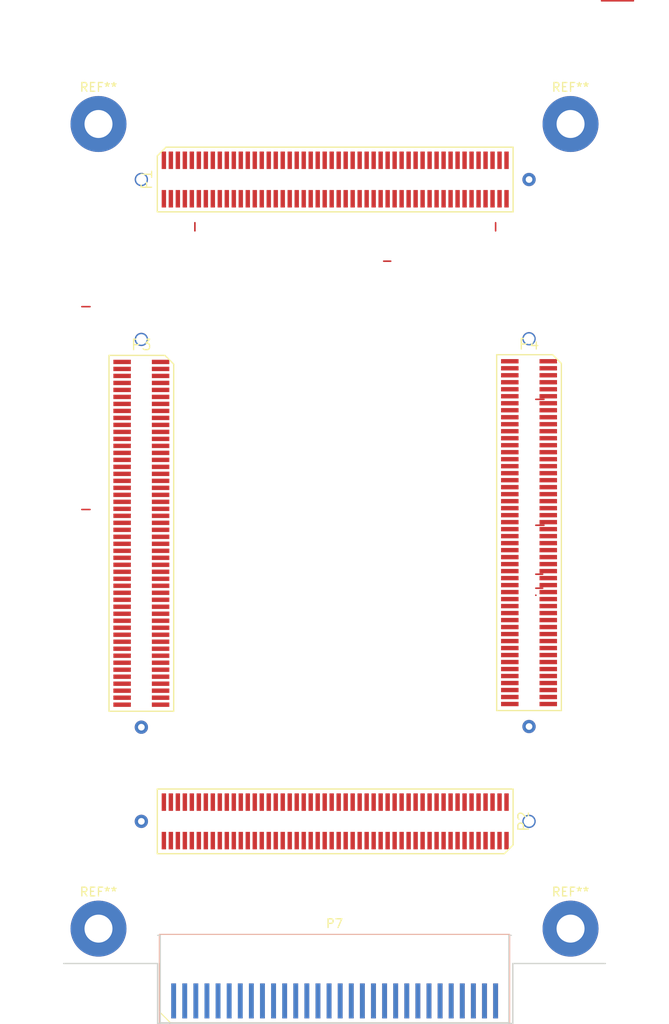
<source format=kicad_pcb>
(kicad_pcb (version 4) (host pcbnew 4.0.7)

  (general
    (links 170)
    (no_connects 170)
    (area 82.252943 52.951379 158.894658 170.337801)
    (thickness 1.6)
    (drawings 5)
    (tracks 14)
    (zones 0)
    (modules 9)
    (nets 295)
  )

  (page A4)
  (layers
    (0 F.Cu signal)
    (31 B.Cu signal)
    (32 B.Adhes user)
    (33 F.Adhes user)
    (34 B.Paste user)
    (35 F.Paste user)
    (36 B.SilkS user)
    (37 F.SilkS user)
    (38 B.Mask user)
    (39 F.Mask user)
    (40 Dwgs.User user)
    (41 Cmts.User user)
    (42 Eco1.User user)
    (43 Eco2.User user)
    (44 Edge.Cuts user)
    (45 Margin user)
    (46 B.CrtYd user)
    (47 F.CrtYd user)
    (48 B.Fab user)
    (49 F.Fab user)
  )

  (setup
    (last_trace_width 0.1778)
    (trace_clearance 0.1778)
    (zone_clearance 0.508)
    (zone_45_only no)
    (trace_min 0.1778)
    (segment_width 0.2)
    (edge_width 0.15)
    (via_size 0.3556)
    (via_drill 0.1016)
    (via_min_size 0.3556)
    (via_min_drill 0.1016)
    (uvia_size 0.1778)
    (uvia_drill 0.0762)
    (uvias_allowed no)
    (uvia_min_size 0.1778)
    (uvia_min_drill 0.0762)
    (pcb_text_width 0.3)
    (pcb_text_size 1.5 1.5)
    (mod_edge_width 0.15)
    (mod_text_size 1 1)
    (mod_text_width 0.15)
    (pad_size 1.524 1.524)
    (pad_drill 1.2)
    (pad_to_mask_clearance 0.2)
    (aux_axis_origin 0 0)
    (visible_elements FFFFFF7F)
    (pcbplotparams
      (layerselection 0x00030_80000001)
      (usegerberextensions false)
      (excludeedgelayer true)
      (linewidth 0.100000)
      (plotframeref false)
      (viasonmask false)
      (mode 1)
      (useauxorigin false)
      (hpglpennumber 1)
      (hpglpenspeed 20)
      (hpglpendiameter 15)
      (hpglpenoverlay 2)
      (psnegative false)
      (psa4output false)
      (plotreference true)
      (plotvalue true)
      (plotinvisibletext false)
      (padsonsilk false)
      (subtractmaskfromsilk false)
      (outputformat 1)
      (mirror false)
      (drillshape 1)
      (scaleselection 1)
      (outputdirectory ""))
  )

  (net 0 "")
  (net 1 "Net-(P1-Pad100)")
  (net 2 /JTAG_TMS)
  (net 3 "Net-(P1-Pad99)")
  (net 4 /JTAG_TCK)
  (net 5 "Net-(P1-Pad98)")
  (net 6 /FPGA_TDI)
  (net 7 "Net-(P1-Pad97)")
  (net 8 /FPGA_TDO)
  (net 9 GND)
  (net 10 /RSTN_C2M)
  (net 11 /PWR_ENABLE)
  (net 12 /SFP_GBT_RX_N)
  (net 13 /CFG_DONE)
  (net 14 /MGTRX2_N)
  (net 15 /CFG_VBATT)
  (net 16 /SFP_GBT_RX_P)
  (net 17 /HDMI_INTN)
  (net 18 /MGTRX2_P)
  (net 19 /HDMI_PD)
  (net 20 /FMC_GBT_REFCLK_N)
  (net 21 /CAM_DATA2_P)
  (net 22 /FMC_GBT_RX_N)
  (net 23 /CAM_DATA1_P)
  (net 24 /FMC_GBT_REFCLK_P)
  (net 25 /CAM_DATA2_N)
  (net 26 /FMC_GBT_RX_P)
  (net 27 /CAM_DATA1_N)
  (net 28 /PB_GPIO_0)
  (net 29 /CAM_DATA4_P)
  (net 30 /CAM_CLK_N)
  (net 31 /CAM_DATA3_P)
  (net 32 /CAM_REFCLK)
  (net 33 /CAM_DATA4_N)
  (net 34 /CAM_CLK_P)
  (net 35 /CAM_DATA3_N)
  (net 36 /VADJ)
  (net 37 /CAM_DATA6_P)
  (net 38 /CAM_DATA5_P)
  (net 39 /HDMI_D35)
  (net 40 /CAM_DATA6_N)
  (net 41 /HDMI_DE)
  (net 42 /CAM_DATA5_N)
  (net 43 /HDMI_D34)
  (net 44 /HDMI_CLK)
  (net 45 /CAM_SPI_EN)
  (net 46 /CAM_DATA7_P)
  (net 47 /HDMI_D31)
  (net 48 /CAM_SPI_CLK)
  (net 49 /HDMI_D33)
  (net 50 /CAM_DATA7_N)
  (net 51 /HDMI_D30)
  (net 52 /HDMI_D32)
  (net 53 /CAM_SPI_MISO)
  (net 54 /HDMI_SPDIF)
  (net 55 /HDMI_D27)
  (net 56 /CAM_SPI_MOSI)
  (net 57 /HDMI_D29)
  (net 58 /HDMI_SPDIF_OUT)
  (net 59 /HDMI_D26)
  (net 60 /HDMI_D28)
  (net 61 /VIN_HDR)
  (net 62 /HDMI_D20)
  (net 63 /HDMI_VSYNC)
  (net 64 /HDMI_D21)
  (net 65 /HDMI_HSYNC)
  (net 66 /CAM_DATA0_N)
  (net 67 /HDMI_D25)
  (net 68 /CAM_DATA0_P)
  (net 69 /CAM_SYNC_P)
  (net 70 /HDMI_D24)
  (net 71 /HDMI_D22)
  (net 72 /CAM_SYNC_N)
  (net 73 /HDMI_D23)
  (net 74 /DIP_GPIO_0)
  (net 75 /FMC_LA20_P)
  (net 76 "Net-(P2-Pad99)")
  (net 77 /FMC_LA19_P)
  (net 78 /LED_GPIO_3)
  (net 79 /FMC_LA20_N)
  (net 80 /FMC_LA19_N)
  (net 81 /SFP_GPIO_5)
  (net 82 /FMC_LA22_P)
  (net 83 /RF_GPIO2_BANK12)
  (net 84 /FMC_LA21_P)
  (net 85 /SFP_GPIO_4)
  (net 86 /FMC_LA22_N)
  (net 87 /SFP_GPIO_6)
  (net 88 /FMC_LA21_N)
  (net 89 /VCCIO_EN)
  (net 90 /SFP_GPIO_3)
  (net 91 /SFP_GPIO_1)
  (net 92 /PG_MODULE)
  (net 93 /SFP_GPIO_2)
  (net 94 /FMC_PRSNT)
  (net 95 /SFP_GPIO_0)
  (net 96 /DIP_GPIO_3)
  (net 97 /FMC_LA16_N)
  (net 98 /FMC_LA23_P)
  (net 99 /FMC_LA15_N)
  (net 100 /SCL)
  (net 101 /FMC_LA16_P)
  (net 102 /FMC_LA23_N)
  (net 103 /FMC_LA15_P)
  (net 104 /SDA)
  (net 105 /1V8)
  (net 106 /FMC_LA25_P)
  (net 107 /FMC_LA24_P)
  (net 108 /I2C3_SCL)
  (net 109 /FMC_LA25_N)
  (net 110 /SYS_SPI_MOSI)
  (net 111 /FMC_LA24_N)
  (net 112 /I2C3_SDA)
  (net 113 /SYS_SPI_SCK)
  (net 114 /FMC_LA27_P)
  (net 115 /FMC_LA26_P)
  (net 116 /I2C2_SCL)
  (net 117 /FMC_LA27_N)
  (net 118 /FMC_LA26_N)
  (net 119 /I2C2_SDA)
  (net 120 /FMC_LA17_CC_P)
  (net 121 /FMC_LA18_CC_P)
  (net 122 /FMC_LA33_N)
  (net 123 /FMC_LA17_CC_N)
  (net 124 /RF_GPIO1_BANK13)
  (net 125 /FMC_LA18_CC_N)
  (net 126 /FMC_LA33_P)
  (net 127 /RF_GPIO0_BANK13)
  (net 128 /FMC_LA28_P)
  (net 129 /FMC_CLK1_M2C_P)
  (net 130 /FMC_LA28_N)
  (net 131 /FMC_CLK1_M2C_N)
  (net 132 /FMC_LA31_N)
  (net 133 /FMC_LA32_N)
  (net 134 /FMC_LA31_P)
  (net 135 /FMC_LA30_P)
  (net 136 /FMC_LA32_P)
  (net 137 /FMC_LA29_P)
  (net 138 /FMC_LA30_N)
  (net 139 /FMC_LA29_N)
  (net 140 /FMC_LA13_N)
  (net 141 /MGTREFCLK1_P)
  (net 142 /FMC_LA14_N)
  (net 143 "Net-(P3-Pad2)")
  (net 144 /FMC_LA13_P)
  (net 145 /MGTREFCLK1_N)
  (net 146 /FMC_LA14_P)
  (net 147 "Net-(P3-Pad4)")
  (net 148 /1V0_AVCC)
  (net 149 /FMC_CLK0_M2C_N)
  (net 150 /FMC_GBT_TX_P)
  (net 151 /FMC_LA12_N)
  (net 152 /FMC_CLK0_M2C_P)
  (net 153 /FMC_GBT_TX_N)
  (net 154 /FMC_LA12_P)
  (net 155 /FMC_LA01_CC_N)
  (net 156 /MGTTX2_P)
  (net 157 /FMC_LA00_CC_N)
  (net 158 /SFP_GBT_TX_P)
  (net 159 /FMC_LA01_CC_P)
  (net 160 /MGTTX2_N)
  (net 161 /FMC_LA00_CC_P)
  (net 162 /SFP_GBT_TX_N)
  (net 163 /FMC_LA10_N)
  (net 164 /FMC_LA02_P)
  (net 165 /FMC_LA11_N)
  (net 166 "Net-(P3-Pad20)")
  (net 167 /FMC_LA10_P)
  (net 168 /FMC_LA02_N)
  (net 169 /FMC_LA11_P)
  (net 170 "Net-(P3-Pad22)")
  (net 171 /FMC_LA08_N)
  (net 172 /FMC_LA04_P)
  (net 173 /FMC_LA09_N)
  (net 174 /FMC_LA03_P)
  (net 175 /FMC_LA08_P)
  (net 176 /FMC_LA04_N)
  (net 177 /FMC_LA09_P)
  (net 178 /FMC_LA03_N)
  (net 179 /1V2_AVTT)
  (net 180 /USB_OTG_CPEN)
  (net 181 /FMC_LA05_P)
  (net 182 /SD1_B_CMD)
  (net 183 /USB_VBUS_OTG)
  (net 184 /FMC_LA05_N)
  (net 185 /SD1_B_DAT1)
  (net 186 /FMC_LA07_P)
  (net 187 /USB_OTG_ID)
  (net 188 /SD1_B_DAT3)
  (net 189 /SD1_B_DAT0)
  (net 190 /SD1_B_DAT2)
  (net 191 /ETH0_MD3_N)
  (net 192 /FMC_LA06_P)
  (net 193 /ETH0_MD4_N)
  (net 194 /SD1_B_CDN)
  (net 195 /ETH0_MD3_P)
  (net 196 /FMC_LA06_N)
  (net 197 /ETH0_MD4_P)
  (net 198 /SD1_B_CLK)
  (net 199 /ETH0_MD1_N)
  (net 200 /ETH0_PHY_LED1)
  (net 201 /ETH0_MD2_N)
  (net 202 /ETH0_PHY_LED0)
  (net 203 /ETH0_MD1_P)
  (net 204 /ETH0_MD2_P)
  (net 205 /USB_UART_RXD)
  (net 206 /AD9361_GPO1)
  (net 207 /ETH1_RESETN)
  (net 208 /AD9361_GPO0)
  (net 209 "Net-(P4-Pad98)")
  (net 210 /AD9361_GPO3)
  (net 211 /USB_UART_TXD)
  (net 212 /AD9361_GPO2)
  (net 213 /SGPIO3)
  (net 214 /AD9361_AUXAC1)
  (net 215 /SYS_SCL)
  (net 216 /AD9361_AUXADC)
  (net 217 /SGPIO2)
  (net 218 /AD9361_AUXAC2)
  (net 219 /SYS_SDA)
  (net 220 "Net-(P4-Pad10)")
  (net 221 /GPIO3)
  (net 222 /LED_GPIO_1)
  (net 223 /SGPIO1)
  (net 224 /DIP_GPIO_1)
  (net 225 /GPIO2)
  (net 226 /LED_GPIO_2)
  (net 227 /SGPIO0)
  (net 228 /DIP_GPIO_2)
  (net 229 "Net-(P4-Pad82)")
  (net 230 /CAM_GPIO_2)
  (net 231 "Net-(P4-Pad81)")
  (net 232 /CAM_GPIO_0)
  (net 233 /SPI2_MOSI)
  (net 234 /CAM_GPIO_3)
  (net 235 /GPIO1)
  (net 236 /CAM_GPIO_1)
  (net 237 /SPI2_SCK)
  (net 238 /GPIO0)
  (net 239 /SYS_SPI_NSS)
  (net 240 /CAM_GPIO_6)
  (net 241 /SPI2_MISO)
  (net 242 /CAM_GPIO_4)
  (net 243 /SYS_SPI_MISO)
  (net 244 /CAM_GPIO_7)
  (net 245 /SPI2_NSS)
  (net 246 /CAM_GPIO_5)
  (net 247 /LED_GPIO_0)
  (net 248 /I2S_MCLK)
  (net 249 /FAN_TACH)
  (net 250 /CAM_GPIO_8)
  (net 251 /RF_GPIO5_BANK34)
  (net 252 /I2S_BCLK)
  (net 253 /FAN_PWM)
  (net 254 /RF_GPIO3_BANK34)
  (net 255 /I2S_SDATA_IN)
  (net 256 /I2S_LRCLK)
  (net 257 /AD9361_CLK)
  (net 258 /PB_GPIO_1)
  (net 259 /RF_GPIO4_BANK34)
  (net 260 /I2S_SDATA_OUT)
  (net 261 /EHT1_TXD3)
  (net 262 /ETH1_RX_CLK)
  (net 263 /ETH1_MDIO)
  (net 264 /PB_GPIO_2)
  (net 265 /ETH1_TXD2)
  (net 266 /ETH1_RXD1)
  (net 267 /ETH1_MDC)
  (net 268 /PB_GPIO_3)
  (net 269 /ETH1_RXD2)
  (net 270 /ETH1_TX_CTRL)
  (net 271 /ETH1_RX_CTRL)
  (net 272 /ETH1_TXD1)
  (net 273 /ET1_RXD3)
  (net 274 /ETH1_TX_CLK)
  (net 275 /ETH1_TXD0)
  (net 276 +5V)
  (net 277 +3V3)
  (net 278 +12V)
  (net 279 "Net-(P7-Pad21)")
  (net 280 "Net-(P7-Pad22)")
  (net 281 /SGPIO_0)
  (net 282 /SGPIO_1)
  (net 283 /SGPIO_2)
  (net 284 /SGPIO_3)
  (net 285 /SGPIO_4)
  (net 286 /SYS_MISO)
  (net 287 /SYS_MOSI)
  (net 288 /SYS_SCK)
  (net 289 /GPIO_7)
  (net 290 /GPIO_8)
  (net 291 /GPIO_9)
  (net 292 /GPIO_10)
  (net 293 /GPIO_11)
  (net 294 /CFG_INIT__B)

  (net_class Default "This is the default net class."
    (clearance 0.1778)
    (trace_width 0.1778)
    (via_dia 0.3556)
    (via_drill 0.1016)
    (uvia_dia 0.1778)
    (uvia_drill 0.0762)
    (add_net +12V)
    (add_net +3V3)
    (add_net +5V)
    (add_net /1V0_AVCC)
    (add_net /1V2_AVTT)
    (add_net /1V8)
    (add_net /AD9361_AUXAC1)
    (add_net /AD9361_AUXAC2)
    (add_net /AD9361_AUXADC)
    (add_net /AD9361_CLK)
    (add_net /AD9361_GPO0)
    (add_net /AD9361_GPO1)
    (add_net /AD9361_GPO2)
    (add_net /AD9361_GPO3)
    (add_net /CAM_CLK_N)
    (add_net /CAM_CLK_P)
    (add_net /CAM_DATA0_N)
    (add_net /CAM_DATA0_P)
    (add_net /CAM_DATA1_N)
    (add_net /CAM_DATA1_P)
    (add_net /CAM_DATA2_N)
    (add_net /CAM_DATA2_P)
    (add_net /CAM_DATA3_N)
    (add_net /CAM_DATA3_P)
    (add_net /CAM_DATA4_N)
    (add_net /CAM_DATA4_P)
    (add_net /CAM_DATA5_N)
    (add_net /CAM_DATA5_P)
    (add_net /CAM_DATA6_N)
    (add_net /CAM_DATA6_P)
    (add_net /CAM_DATA7_N)
    (add_net /CAM_DATA7_P)
    (add_net /CAM_GPIO_0)
    (add_net /CAM_GPIO_1)
    (add_net /CAM_GPIO_2)
    (add_net /CAM_GPIO_3)
    (add_net /CAM_GPIO_4)
    (add_net /CAM_GPIO_5)
    (add_net /CAM_GPIO_6)
    (add_net /CAM_GPIO_7)
    (add_net /CAM_GPIO_8)
    (add_net /CAM_REFCLK)
    (add_net /CAM_SPI_CLK)
    (add_net /CAM_SPI_EN)
    (add_net /CAM_SPI_MISO)
    (add_net /CAM_SPI_MOSI)
    (add_net /CAM_SYNC_N)
    (add_net /CAM_SYNC_P)
    (add_net /CFG_DONE)
    (add_net /CFG_INIT__B)
    (add_net /CFG_VBATT)
    (add_net /DIP_GPIO_0)
    (add_net /DIP_GPIO_1)
    (add_net /DIP_GPIO_2)
    (add_net /DIP_GPIO_3)
    (add_net /EHT1_TXD3)
    (add_net /ET1_RXD3)
    (add_net /ETH0_MD1_N)
    (add_net /ETH0_MD1_P)
    (add_net /ETH0_MD2_N)
    (add_net /ETH0_MD2_P)
    (add_net /ETH0_MD3_N)
    (add_net /ETH0_MD3_P)
    (add_net /ETH0_MD4_N)
    (add_net /ETH0_MD4_P)
    (add_net /ETH0_PHY_LED0)
    (add_net /ETH0_PHY_LED1)
    (add_net /ETH1_MDC)
    (add_net /ETH1_MDIO)
    (add_net /ETH1_RESETN)
    (add_net /ETH1_RXD1)
    (add_net /ETH1_RXD2)
    (add_net /ETH1_RX_CLK)
    (add_net /ETH1_RX_CTRL)
    (add_net /ETH1_TXD0)
    (add_net /ETH1_TXD1)
    (add_net /ETH1_TXD2)
    (add_net /ETH1_TX_CLK)
    (add_net /ETH1_TX_CTRL)
    (add_net /FAN_PWM)
    (add_net /FAN_TACH)
    (add_net /FMC_CLK0_M2C_N)
    (add_net /FMC_CLK0_M2C_P)
    (add_net /FMC_CLK1_M2C_N)
    (add_net /FMC_CLK1_M2C_P)
    (add_net /FMC_GBT_REFCLK_N)
    (add_net /FMC_GBT_REFCLK_P)
    (add_net /FMC_GBT_RX_N)
    (add_net /FMC_GBT_RX_P)
    (add_net /FMC_GBT_TX_N)
    (add_net /FMC_GBT_TX_P)
    (add_net /FMC_LA00_CC_N)
    (add_net /FMC_LA00_CC_P)
    (add_net /FMC_LA01_CC_N)
    (add_net /FMC_LA01_CC_P)
    (add_net /FMC_LA02_N)
    (add_net /FMC_LA02_P)
    (add_net /FMC_LA03_N)
    (add_net /FMC_LA03_P)
    (add_net /FMC_LA04_N)
    (add_net /FMC_LA04_P)
    (add_net /FMC_LA05_N)
    (add_net /FMC_LA05_P)
    (add_net /FMC_LA06_N)
    (add_net /FMC_LA06_P)
    (add_net /FMC_LA07_P)
    (add_net /FMC_LA08_N)
    (add_net /FMC_LA08_P)
    (add_net /FMC_LA09_N)
    (add_net /FMC_LA09_P)
    (add_net /FMC_LA10_N)
    (add_net /FMC_LA10_P)
    (add_net /FMC_LA11_N)
    (add_net /FMC_LA11_P)
    (add_net /FMC_LA12_N)
    (add_net /FMC_LA12_P)
    (add_net /FMC_LA13_N)
    (add_net /FMC_LA13_P)
    (add_net /FMC_LA14_N)
    (add_net /FMC_LA14_P)
    (add_net /FMC_LA15_N)
    (add_net /FMC_LA15_P)
    (add_net /FMC_LA16_N)
    (add_net /FMC_LA16_P)
    (add_net /FMC_LA17_CC_N)
    (add_net /FMC_LA17_CC_P)
    (add_net /FMC_LA18_CC_N)
    (add_net /FMC_LA18_CC_P)
    (add_net /FMC_LA19_N)
    (add_net /FMC_LA19_P)
    (add_net /FMC_LA20_N)
    (add_net /FMC_LA20_P)
    (add_net /FMC_LA21_N)
    (add_net /FMC_LA21_P)
    (add_net /FMC_LA22_N)
    (add_net /FMC_LA22_P)
    (add_net /FMC_LA23_N)
    (add_net /FMC_LA23_P)
    (add_net /FMC_LA24_N)
    (add_net /FMC_LA24_P)
    (add_net /FMC_LA25_N)
    (add_net /FMC_LA25_P)
    (add_net /FMC_LA26_N)
    (add_net /FMC_LA26_P)
    (add_net /FMC_LA27_N)
    (add_net /FMC_LA27_P)
    (add_net /FMC_LA28_N)
    (add_net /FMC_LA28_P)
    (add_net /FMC_LA29_N)
    (add_net /FMC_LA29_P)
    (add_net /FMC_LA30_N)
    (add_net /FMC_LA30_P)
    (add_net /FMC_LA31_N)
    (add_net /FMC_LA31_P)
    (add_net /FMC_LA32_N)
    (add_net /FMC_LA32_P)
    (add_net /FMC_LA33_N)
    (add_net /FMC_LA33_P)
    (add_net /FMC_PRSNT)
    (add_net /FPGA_TDI)
    (add_net /FPGA_TDO)
    (add_net /GPIO0)
    (add_net /GPIO1)
    (add_net /GPIO2)
    (add_net /GPIO3)
    (add_net /GPIO_10)
    (add_net /GPIO_11)
    (add_net /GPIO_7)
    (add_net /GPIO_8)
    (add_net /GPIO_9)
    (add_net /HDMI_CLK)
    (add_net /HDMI_D20)
    (add_net /HDMI_D21)
    (add_net /HDMI_D22)
    (add_net /HDMI_D23)
    (add_net /HDMI_D24)
    (add_net /HDMI_D25)
    (add_net /HDMI_D26)
    (add_net /HDMI_D27)
    (add_net /HDMI_D28)
    (add_net /HDMI_D29)
    (add_net /HDMI_D30)
    (add_net /HDMI_D31)
    (add_net /HDMI_D32)
    (add_net /HDMI_D33)
    (add_net /HDMI_D34)
    (add_net /HDMI_D35)
    (add_net /HDMI_DE)
    (add_net /HDMI_HSYNC)
    (add_net /HDMI_INTN)
    (add_net /HDMI_PD)
    (add_net /HDMI_SPDIF)
    (add_net /HDMI_SPDIF_OUT)
    (add_net /HDMI_VSYNC)
    (add_net /I2C2_SCL)
    (add_net /I2C2_SDA)
    (add_net /I2C3_SCL)
    (add_net /I2C3_SDA)
    (add_net /I2S_BCLK)
    (add_net /I2S_LRCLK)
    (add_net /I2S_MCLK)
    (add_net /I2S_SDATA_IN)
    (add_net /I2S_SDATA_OUT)
    (add_net /JTAG_TCK)
    (add_net /JTAG_TMS)
    (add_net /LED_GPIO_0)
    (add_net /LED_GPIO_1)
    (add_net /LED_GPIO_2)
    (add_net /LED_GPIO_3)
    (add_net /MGTREFCLK1_N)
    (add_net /MGTREFCLK1_P)
    (add_net /MGTRX2_N)
    (add_net /MGTRX2_P)
    (add_net /MGTTX2_N)
    (add_net /MGTTX2_P)
    (add_net /PB_GPIO_0)
    (add_net /PB_GPIO_1)
    (add_net /PB_GPIO_2)
    (add_net /PB_GPIO_3)
    (add_net /PG_MODULE)
    (add_net /PWR_ENABLE)
    (add_net /RF_GPIO0_BANK13)
    (add_net /RF_GPIO1_BANK13)
    (add_net /RF_GPIO2_BANK12)
    (add_net /RF_GPIO3_BANK34)
    (add_net /RF_GPIO4_BANK34)
    (add_net /RF_GPIO5_BANK34)
    (add_net /RSTN_C2M)
    (add_net /SCL)
    (add_net /SD1_B_CDN)
    (add_net /SD1_B_CLK)
    (add_net /SD1_B_CMD)
    (add_net /SD1_B_DAT0)
    (add_net /SD1_B_DAT1)
    (add_net /SD1_B_DAT2)
    (add_net /SD1_B_DAT3)
    (add_net /SDA)
    (add_net /SFP_GBT_RX_N)
    (add_net /SFP_GBT_RX_P)
    (add_net /SFP_GBT_TX_N)
    (add_net /SFP_GBT_TX_P)
    (add_net /SFP_GPIO_0)
    (add_net /SFP_GPIO_1)
    (add_net /SFP_GPIO_2)
    (add_net /SFP_GPIO_3)
    (add_net /SFP_GPIO_4)
    (add_net /SFP_GPIO_5)
    (add_net /SFP_GPIO_6)
    (add_net /SGPIO0)
    (add_net /SGPIO1)
    (add_net /SGPIO2)
    (add_net /SGPIO3)
    (add_net /SGPIO_0)
    (add_net /SGPIO_1)
    (add_net /SGPIO_2)
    (add_net /SGPIO_3)
    (add_net /SGPIO_4)
    (add_net /SPI2_MISO)
    (add_net /SPI2_MOSI)
    (add_net /SPI2_NSS)
    (add_net /SPI2_SCK)
    (add_net /SYS_MISO)
    (add_net /SYS_MOSI)
    (add_net /SYS_SCK)
    (add_net /SYS_SCL)
    (add_net /SYS_SDA)
    (add_net /SYS_SPI_MISO)
    (add_net /SYS_SPI_MOSI)
    (add_net /SYS_SPI_NSS)
    (add_net /SYS_SPI_SCK)
    (add_net /USB_OTG_CPEN)
    (add_net /USB_OTG_ID)
    (add_net /USB_UART_RXD)
    (add_net /USB_UART_TXD)
    (add_net /USB_VBUS_OTG)
    (add_net /VADJ)
    (add_net /VCCIO_EN)
    (add_net /VIN_HDR)
    (add_net GND)
    (add_net "Net-(P1-Pad100)")
    (add_net "Net-(P1-Pad97)")
    (add_net "Net-(P1-Pad98)")
    (add_net "Net-(P1-Pad99)")
    (add_net "Net-(P2-Pad99)")
    (add_net "Net-(P3-Pad2)")
    (add_net "Net-(P3-Pad20)")
    (add_net "Net-(P3-Pad22)")
    (add_net "Net-(P3-Pad4)")
    (add_net "Net-(P4-Pad10)")
    (add_net "Net-(P4-Pad81)")
    (add_net "Net-(P4-Pad82)")
    (add_net "Net-(P4-Pad98)")
    (add_net "Net-(P7-Pad21)")
    (add_net "Net-(P7-Pad22)")
  )

  (module Project:BERGSTAK_100_PIN1_RIGHT (layer F.Cu) (tedit 59E998F9) (tstamp 59D552EF)
    (at 142.8242 114.046 270)
    (path /58E010B1)
    (fp_text reference P4 (at -21.55 0 360) (layer F.SilkS)
      (effects (font (size 1.2 1.2) (thickness 0.15)))
    )
    (fp_text value CONN_02X50 (at 0 0 270) (layer F.Fab)
      (effects (font (size 1.2 1.2) (thickness 0.15)))
    )
    (fp_line (start -19.35 -3.7) (end -20.35 -2.7) (layer F.SilkS) (width 0.15))
    (fp_line (start -20.35 -2.7) (end -20.35 3.7) (layer F.SilkS) (width 0.15))
    (fp_line (start -20.35 3.7) (end 20.35 3.7) (layer F.SilkS) (width 0.15))
    (fp_line (start 20.35 3.7) (end 20.35 -3.7) (layer F.SilkS) (width 0.15))
    (fp_line (start 20.35 -3.7) (end -19.35 -3.7) (layer F.SilkS) (width 0.15))
    (pad 1 smd rect (at -19.6 -2.2 270) (size 0.5 2) (layers F.Cu F.Paste F.Mask)
      (net 206 /AD9361_GPO1))
    (pad 2 smd rect (at -19.6 2.2 270) (size 0.5 2) (layers F.Cu F.Paste F.Mask)
      (net 208 /AD9361_GPO0))
    (pad 3 smd rect (at -18.8 -2.2 270) (size 0.5 2) (layers F.Cu F.Paste F.Mask)
      (net 210 /AD9361_GPO3))
    (pad 4 smd rect (at -18.8 2.2 270) (size 0.5 2) (layers F.Cu F.Paste F.Mask)
      (net 212 /AD9361_GPO2))
    (pad 5 smd rect (at -18 -2.2 270) (size 0.5 2) (layers F.Cu F.Paste F.Mask)
      (net 9 GND))
    (pad 6 smd rect (at -18 2.2 270) (size 0.5 2) (layers F.Cu F.Paste F.Mask)
      (net 9 GND))
    (pad 7 smd rect (at -17.2 -2.2 270) (size 0.5 2) (layers F.Cu F.Paste F.Mask)
      (net 214 /AD9361_AUXAC1))
    (pad 8 smd rect (at -17.2 2.2 270) (size 0.5 2) (layers F.Cu F.Paste F.Mask)
      (net 216 /AD9361_AUXADC))
    (pad 9 smd rect (at -16.4 -2.2 270) (size 0.5 2) (layers F.Cu F.Paste F.Mask)
      (net 218 /AD9361_AUXAC2))
    (pad 10 smd rect (at -16.4 2.2 270) (size 0.5 2) (layers F.Cu F.Paste F.Mask)
      (net 220 "Net-(P4-Pad10)"))
    (pad 11 smd rect (at -15.6 -2.2 270) (size 0.5 2) (layers F.Cu F.Paste F.Mask)
      (net 9 GND))
    (pad 12 smd rect (at -15.6 2.2 270) (size 0.5 2) (layers F.Cu F.Paste F.Mask)
      (net 9 GND))
    (pad 13 smd rect (at -14.8 -2.2 270) (size 0.5 2) (layers F.Cu F.Paste F.Mask)
      (net 222 /LED_GPIO_1))
    (pad 14 smd rect (at -14.8 2.2 270) (size 0.5 2) (layers F.Cu F.Paste F.Mask)
      (net 224 /DIP_GPIO_1))
    (pad 15 smd rect (at -14 -2.2 270) (size 0.5 2) (layers F.Cu F.Paste F.Mask)
      (net 226 /LED_GPIO_2))
    (pad 16 smd rect (at -14 2.2 270) (size 0.5 2) (layers F.Cu F.Paste F.Mask)
      (net 228 /DIP_GPIO_2))
    (pad 17 smd rect (at -13.2 -2.2 270) (size 0.5 2) (layers F.Cu F.Paste F.Mask)
      (net 9 GND))
    (pad 18 smd rect (at -13.2 2.2 270) (size 0.5 2) (layers F.Cu F.Paste F.Mask)
      (net 9 GND))
    (pad 19 smd rect (at -12.4 -2.2 270) (size 0.5 2) (layers F.Cu F.Paste F.Mask)
      (net 230 /CAM_GPIO_2))
    (pad 20 smd rect (at -12.4 2.2 270) (size 0.5 2) (layers F.Cu F.Paste F.Mask)
      (net 232 /CAM_GPIO_0))
    (pad 21 smd rect (at -11.6 -2.2 270) (size 0.5 2) (layers F.Cu F.Paste F.Mask)
      (net 234 /CAM_GPIO_3))
    (pad 22 smd rect (at -11.6 2.2 270) (size 0.5 2) (layers F.Cu F.Paste F.Mask)
      (net 236 /CAM_GPIO_1))
    (pad 23 smd rect (at -10.8 -2.2 270) (size 0.5 2) (layers F.Cu F.Paste F.Mask)
      (net 9 GND))
    (pad 24 smd rect (at -10.8 2.2 270) (size 0.5 2) (layers F.Cu F.Paste F.Mask)
      (net 9 GND))
    (pad 25 smd rect (at -10 -2.2 270) (size 0.5 2) (layers F.Cu F.Paste F.Mask)
      (net 240 /CAM_GPIO_6))
    (pad 26 smd rect (at -10 2.2 270) (size 0.5 2) (layers F.Cu F.Paste F.Mask)
      (net 242 /CAM_GPIO_4))
    (pad 27 smd rect (at -9.2 -2.2 270) (size 0.5 2) (layers F.Cu F.Paste F.Mask)
      (net 244 /CAM_GPIO_7))
    (pad 28 smd rect (at -9.2 2.2 270) (size 0.5 2) (layers F.Cu F.Paste F.Mask)
      (net 246 /CAM_GPIO_5))
    (pad 29 smd rect (at -8.4 -2.2 270) (size 0.5 2) (layers F.Cu F.Paste F.Mask)
      (net 9 GND))
    (pad 30 smd rect (at -8.4 2.2 270) (size 0.5 2) (layers F.Cu F.Paste F.Mask)
      (net 9 GND))
    (pad 31 smd rect (at -7.6 -2.2 270) (size 0.5 2) (layers F.Cu F.Paste F.Mask)
      (net 248 /I2S_MCLK))
    (pad 32 smd rect (at -7.6 2.2 270) (size 0.5 2) (layers F.Cu F.Paste F.Mask)
      (net 250 /CAM_GPIO_8))
    (pad 33 smd rect (at -6.8 -2.2 270) (size 0.5 2) (layers F.Cu F.Paste F.Mask)
      (net 252 /I2S_BCLK))
    (pad 34 smd rect (at -6.8 2.2 270) (size 0.5 2) (layers F.Cu F.Paste F.Mask)
      (net 254 /RF_GPIO3_BANK34))
    (pad 35 smd rect (at -6 -2.2 270) (size 0.5 2) (layers F.Cu F.Paste F.Mask)
      (net 255 /I2S_SDATA_IN))
    (pad 36 smd rect (at -6 2.2 270) (size 0.5 2) (layers F.Cu F.Paste F.Mask)
      (net 256 /I2S_LRCLK))
    (pad 37 smd rect (at -5.2 -2.2 270) (size 0.5 2) (layers F.Cu F.Paste F.Mask)
      (net 258 /PB_GPIO_1))
    (pad 38 smd rect (at -5.2 2.2 270) (size 0.5 2) (layers F.Cu F.Paste F.Mask)
      (net 260 /I2S_SDATA_OUT))
    (pad 39 smd rect (at -4.4 -2.2 270) (size 0.5 2) (layers F.Cu F.Paste F.Mask)
      (net 9 GND))
    (pad 40 smd rect (at -4.4 2.2 270) (size 0.5 2) (layers F.Cu F.Paste F.Mask)
      (net 9 GND))
    (pad 41 smd rect (at -3.6 -2.2 270) (size 0.5 2) (layers F.Cu F.Paste F.Mask)
      (net 262 /ETH1_RX_CLK))
    (pad 42 smd rect (at -3.6 2.2 270) (size 0.5 2) (layers F.Cu F.Paste F.Mask)
      (net 264 /PB_GPIO_2))
    (pad 43 smd rect (at -2.8 -2.2 270) (size 0.5 2) (layers F.Cu F.Paste F.Mask)
      (net 266 /ETH1_RXD1))
    (pad 44 smd rect (at -2.8 2.2 270) (size 0.5 2) (layers F.Cu F.Paste F.Mask)
      (net 268 /PB_GPIO_3))
    (pad 45 smd rect (at -2 -2.2 270) (size 0.5 2) (layers F.Cu F.Paste F.Mask)
      (net 262 /ETH1_RX_CLK))
    (pad 46 smd rect (at -2 2.2 270) (size 0.5 2) (layers F.Cu F.Paste F.Mask)
      (net 269 /ETH1_RXD2))
    (pad 47 smd rect (at -1.2 -2.2 270) (size 0.5 2) (layers F.Cu F.Paste F.Mask)
      (net 271 /ETH1_RX_CTRL))
    (pad 48 smd rect (at -1.2 2.2 270) (size 0.5 2) (layers F.Cu F.Paste F.Mask)
      (net 273 /ET1_RXD3))
    (pad 49 smd rect (at -0.4 -2.2 270) (size 0.5 2) (layers F.Cu F.Paste F.Mask)
      (net 9 GND))
    (pad 50 smd rect (at -0.4 2.2 270) (size 0.5 2) (layers F.Cu F.Paste F.Mask)
      (net 9 GND))
    (pad 51 smd rect (at 0.4 -2.2 270) (size 0.5 2) (layers F.Cu F.Paste F.Mask)
      (net 275 /ETH1_TXD0))
    (pad 52 smd rect (at 0.4 2.2 270) (size 0.5 2) (layers F.Cu F.Paste F.Mask)
      (net 274 /ETH1_TX_CLK))
    (pad 53 smd rect (at 1.2 -2.2 270) (size 0.5 2) (layers F.Cu F.Paste F.Mask)
      (net 272 /ETH1_TXD1))
    (pad 54 smd rect (at 1.2 2.2 270) (size 0.5 2) (layers F.Cu F.Paste F.Mask)
      (net 270 /ETH1_TX_CTRL))
    (pad 55 smd rect (at 2 -2.2 270) (size 0.5 2) (layers F.Cu F.Paste F.Mask)
      (net 9 GND))
    (pad 56 smd rect (at 2 2.2 270) (size 0.5 2) (layers F.Cu F.Paste F.Mask)
      (net 9 GND))
    (pad 57 smd rect (at 2.8 -2.2 270) (size 0.5 2) (layers F.Cu F.Paste F.Mask)
      (net 267 /ETH1_MDC))
    (pad 58 smd rect (at 2.8 2.2 270) (size 0.5 2) (layers F.Cu F.Paste F.Mask)
      (net 265 /ETH1_TXD2))
    (pad 59 smd rect (at 3.6 -2.2 270) (size 0.5 2) (layers F.Cu F.Paste F.Mask)
      (net 263 /ETH1_MDIO))
    (pad 60 smd rect (at 3.6 2.2 270) (size 0.5 2) (layers F.Cu F.Paste F.Mask)
      (net 261 /EHT1_TXD3))
    (pad 61 smd rect (at 4.4 -2.2 270) (size 0.5 2) (layers F.Cu F.Paste F.Mask)
      (net 9 GND))
    (pad 62 smd rect (at 4.4 2.2 270) (size 0.5 2) (layers F.Cu F.Paste F.Mask)
      (net 9 GND))
    (pad 63 smd rect (at 5.2 -2.2 270) (size 0.5 2) (layers F.Cu F.Paste F.Mask)
      (net 259 /RF_GPIO4_BANK34))
    (pad 64 smd rect (at 5.2 2.2 270) (size 0.5 2) (layers F.Cu F.Paste F.Mask)
      (net 257 /AD9361_CLK))
    (pad 65 smd rect (at 6 -2.2 270) (size 0.5 2) (layers F.Cu F.Paste F.Mask)
      (net 9 GND))
    (pad 66 smd rect (at 6 2.2 270) (size 0.5 2) (layers F.Cu F.Paste F.Mask)
      (net 9 GND))
    (pad 67 smd rect (at 6.8 -2.2 270) (size 0.5 2) (layers F.Cu F.Paste F.Mask)
      (net 253 /FAN_PWM))
    (pad 68 smd rect (at 6.8 2.2 270) (size 0.5 2) (layers F.Cu F.Paste F.Mask)
      (net 251 /RF_GPIO5_BANK34))
    (pad 69 smd rect (at 7.6 -2.2 270) (size 0.5 2) (layers F.Cu F.Paste F.Mask)
      (net 249 /FAN_TACH))
    (pad 70 smd rect (at 7.6 2.2 270) (size 0.5 2) (layers F.Cu F.Paste F.Mask)
      (net 247 /LED_GPIO_0))
    (pad 71 smd rect (at 8.4 -2.2 270) (size 0.5 2) (layers F.Cu F.Paste F.Mask)
      (net 9 GND))
    (pad 72 smd rect (at 8.4 2.2 270) (size 0.5 2) (layers F.Cu F.Paste F.Mask)
      (net 9 GND))
    (pad 73 smd rect (at 9.2 -2.2 270) (size 0.5 2) (layers F.Cu F.Paste F.Mask)
      (net 245 /SPI2_NSS))
    (pad 74 smd rect (at 9.2 2.2 270) (size 0.5 2) (layers F.Cu F.Paste F.Mask)
      (net 243 /SYS_SPI_MISO))
    (pad 75 smd rect (at 10 -2.2 270) (size 0.5 2) (layers F.Cu F.Paste F.Mask)
      (net 241 /SPI2_MISO))
    (pad 76 smd rect (at 10 2.2 270) (size 0.5 2) (layers F.Cu F.Paste F.Mask)
      (net 239 /SYS_SPI_NSS))
    (pad 77 smd rect (at 10.8 -2.2 270) (size 0.5 2) (layers F.Cu F.Paste F.Mask)
      (net 238 /GPIO0))
    (pad 78 smd rect (at 10.8 2.2 270) (size 0.5 2) (layers F.Cu F.Paste F.Mask)
      (net 237 /SPI2_SCK))
    (pad 79 smd rect (at 11.6 -2.2 270) (size 0.5 2) (layers F.Cu F.Paste F.Mask)
      (net 235 /GPIO1))
    (pad 80 smd rect (at 11.6 2.2 270) (size 0.5 2) (layers F.Cu F.Paste F.Mask)
      (net 233 /SPI2_MOSI))
    (pad 81 smd rect (at 12.4 -2.2 270) (size 0.5 2) (layers F.Cu F.Paste F.Mask)
      (net 231 "Net-(P4-Pad81)"))
    (pad 82 smd rect (at 12.4 2.2 270) (size 0.5 2) (layers F.Cu F.Paste F.Mask)
      (net 229 "Net-(P4-Pad82)"))
    (pad 83 smd rect (at 13.2 -2.2 270) (size 0.5 2) (layers F.Cu F.Paste F.Mask)
      (net 9 GND))
    (pad 84 smd rect (at 13.2 2.2 270) (size 0.5 2) (layers F.Cu F.Paste F.Mask)
      (net 9 GND))
    (pad 85 smd rect (at 14 -2.2 270) (size 0.5 2) (layers F.Cu F.Paste F.Mask)
      (net 227 /SGPIO0))
    (pad 86 smd rect (at 14 2.2 270) (size 0.5 2) (layers F.Cu F.Paste F.Mask)
      (net 225 /GPIO2))
    (pad 87 smd rect (at 14.8 -2.2 270) (size 0.5 2) (layers F.Cu F.Paste F.Mask)
      (net 223 /SGPIO1))
    (pad 88 smd rect (at 14.8 2.2 270) (size 0.5 2) (layers F.Cu F.Paste F.Mask)
      (net 221 /GPIO3))
    (pad 89 smd rect (at 15.6 -2.2 270) (size 0.5 2) (layers F.Cu F.Paste F.Mask)
      (net 9 GND))
    (pad 90 smd rect (at 15.6 2.2 270) (size 0.5 2) (layers F.Cu F.Paste F.Mask)
      (net 9 GND))
    (pad 91 smd rect (at 16.4 -2.2 270) (size 0.5 2) (layers F.Cu F.Paste F.Mask)
      (net 219 /SYS_SDA))
    (pad 92 smd rect (at 16.4 2.2 270) (size 0.5 2) (layers F.Cu F.Paste F.Mask)
      (net 217 /SGPIO2))
    (pad 93 smd rect (at 17.2 -2.2 270) (size 0.5 2) (layers F.Cu F.Paste F.Mask)
      (net 215 /SYS_SCL))
    (pad 94 smd rect (at 17.2 2.2 270) (size 0.5 2) (layers F.Cu F.Paste F.Mask)
      (net 213 /SGPIO3))
    (pad 95 smd rect (at 18 -2.2 270) (size 0.5 2) (layers F.Cu F.Paste F.Mask)
      (net 9 GND))
    (pad 96 smd rect (at 18 2.2 270) (size 0.5 2) (layers F.Cu F.Paste F.Mask)
      (net 9 GND))
    (pad 97 smd rect (at 18.8 -2.2 270) (size 0.5 2) (layers F.Cu F.Paste F.Mask)
      (net 211 /USB_UART_TXD))
    (pad 98 smd rect (at 18.8 2.2 270) (size 0.5 2) (layers F.Cu F.Paste F.Mask)
      (net 209 "Net-(P4-Pad98)"))
    (pad 99 smd rect (at 19.6 -2.2 270) (size 0.5 2) (layers F.Cu F.Paste F.Mask)
      (net 207 /ETH1_RESETN))
    (pad 100 smd rect (at 19.6 2.2 270) (size 0.5 2) (layers F.Cu F.Paste F.Mask)
      (net 205 /USB_UART_RXD))
    (pad 2 thru_hole circle (at 22.1742 0 270) (size 1.524 1.524) (drill 0.762) (layers *.Cu *.Mask)
      (net 208 /AD9361_GPO0))
    (pad "" thru_hole circle (at -22.1742 0 270) (size 1.524 1.524) (drill 1.2) (layers *.Cu *.Mask))
  )

  (module Project:BERGSTAK_100_PIN1_RIGHT (layer F.Cu) (tedit 5AEF6D68) (tstamp 59D55280)
    (at 98.4758 114.1222 270)
    (path /58DFFBCF)
    (fp_text reference P3 (at -21.55 0 360) (layer F.SilkS)
      (effects (font (size 1.2 1.2) (thickness 0.15)))
    )
    (fp_text value CONN_02X50 (at 0.878 -0.29 270) (layer F.Fab)
      (effects (font (size 1.2 1.2) (thickness 0.15)))
    )
    (fp_line (start -19.35 -3.7) (end -20.35 -2.7) (layer F.SilkS) (width 0.15))
    (fp_line (start -20.35 -2.7) (end -20.35 3.7) (layer F.SilkS) (width 0.15))
    (fp_line (start -20.35 3.7) (end 20.35 3.7) (layer F.SilkS) (width 0.15))
    (fp_line (start 20.35 3.7) (end 20.35 -3.7) (layer F.SilkS) (width 0.15))
    (fp_line (start 20.35 -3.7) (end -19.35 -3.7) (layer F.SilkS) (width 0.15))
    (pad 1 smd rect (at -19.6 -2.2 270) (size 0.5 2) (layers F.Cu F.Paste F.Mask)
      (net 141 /MGTREFCLK1_P))
    (pad 2 smd rect (at -19.6 2.2 270) (size 0.5 2) (layers F.Cu F.Paste F.Mask)
      (net 143 "Net-(P3-Pad2)"))
    (pad 3 smd rect (at -18.8 -2.2 270) (size 0.5 2) (layers F.Cu F.Paste F.Mask)
      (net 145 /MGTREFCLK1_N))
    (pad 4 smd rect (at -18.8 2.2 270) (size 0.5 2) (layers F.Cu F.Paste F.Mask)
      (net 147 "Net-(P3-Pad4)"))
    (pad 5 smd rect (at -18 -2.2 270) (size 0.5 2) (layers F.Cu F.Paste F.Mask)
      (net 9 GND))
    (pad 6 smd rect (at -18 2.2 270) (size 0.5 2) (layers F.Cu F.Paste F.Mask)
      (net 148 /1V0_AVCC))
    (pad 7 smd rect (at -17.2 -2.2 270) (size 0.5 2) (layers F.Cu F.Paste F.Mask)
      (net 150 /FMC_GBT_TX_P))
    (pad 8 smd rect (at -17.2 2.2 270) (size 0.5 2) (layers F.Cu F.Paste F.Mask)
      (net 148 /1V0_AVCC))
    (pad 9 smd rect (at -16.4 -2.2 270) (size 0.5 2) (layers F.Cu F.Paste F.Mask)
      (net 153 /FMC_GBT_TX_N))
    (pad 10 smd rect (at -16.4 2.2 270) (size 0.5 2) (layers F.Cu F.Paste F.Mask)
      (net 148 /1V0_AVCC))
    (pad 11 smd rect (at -15.6 -2.2 270) (size 0.5 2) (layers F.Cu F.Paste F.Mask)
      (net 9 GND))
    (pad 12 smd rect (at -15.6 2.2 270) (size 0.5 2) (layers F.Cu F.Paste F.Mask)
      (net 148 /1V0_AVCC))
    (pad 13 smd rect (at -14.8 -2.2 270) (size 0.5 2) (layers F.Cu F.Paste F.Mask)
      (net 156 /MGTTX2_P))
    (pad 14 smd rect (at -14.8 2.2 270) (size 0.5 2) (layers F.Cu F.Paste F.Mask)
      (net 158 /SFP_GBT_TX_P))
    (pad 15 smd rect (at -14 -2.2 270) (size 0.5 2) (layers F.Cu F.Paste F.Mask)
      (net 160 /MGTTX2_N))
    (pad 16 smd rect (at -14 2.2 270) (size 0.5 2) (layers F.Cu F.Paste F.Mask)
      (net 162 /SFP_GBT_TX_N))
    (pad 17 smd rect (at -13.2 -2.2 270) (size 0.5 2) (layers F.Cu F.Paste F.Mask)
      (net 9 GND))
    (pad 18 smd rect (at -13.2 2.2 270) (size 0.5 2) (layers F.Cu F.Paste F.Mask)
      (net 9 GND))
    (pad 19 smd rect (at -12.4 -2.2 270) (size 0.5 2) (layers F.Cu F.Paste F.Mask)
      (net 164 /FMC_LA02_P))
    (pad 20 smd rect (at -12.4 2.2 270) (size 0.5 2) (layers F.Cu F.Paste F.Mask)
      (net 166 "Net-(P3-Pad20)"))
    (pad 21 smd rect (at -11.6 -2.2 270) (size 0.5 2) (layers F.Cu F.Paste F.Mask)
      (net 168 /FMC_LA02_N))
    (pad 22 smd rect (at -11.6 2.2 270) (size 0.5 2) (layers F.Cu F.Paste F.Mask)
      (net 170 "Net-(P3-Pad22)"))
    (pad 23 smd rect (at -10.8 -2.2 270) (size 0.5 2) (layers F.Cu F.Paste F.Mask)
      (net 9 GND))
    (pad 24 smd rect (at -10.8 2.2 270) (size 0.5 2) (layers F.Cu F.Paste F.Mask)
      (net 9 GND))
    (pad 25 smd rect (at -10 -2.2 270) (size 0.5 2) (layers F.Cu F.Paste F.Mask)
      (net 172 /FMC_LA04_P))
    (pad 26 smd rect (at -10 2.2 270) (size 0.5 2) (layers F.Cu F.Paste F.Mask)
      (net 174 /FMC_LA03_P))
    (pad 27 smd rect (at -9.2 -2.2 270) (size 0.5 2) (layers F.Cu F.Paste F.Mask)
      (net 176 /FMC_LA04_N))
    (pad 28 smd rect (at -9.2 2.2 270) (size 0.5 2) (layers F.Cu F.Paste F.Mask)
      (net 178 /FMC_LA03_N))
    (pad 29 smd rect (at -8.4 -2.2 270) (size 0.5 2) (layers F.Cu F.Paste F.Mask)
      (net 179 /1V2_AVTT))
    (pad 30 smd rect (at -8.4 2.2 270) (size 0.5 2) (layers F.Cu F.Paste F.Mask)
      (net 9 GND))
    (pad 31 smd rect (at -7.6 -2.2 270) (size 0.5 2) (layers F.Cu F.Paste F.Mask)
      (net 179 /1V2_AVTT))
    (pad 32 smd rect (at -7.6 2.2 270) (size 0.5 2) (layers F.Cu F.Paste F.Mask)
      (net 181 /FMC_LA05_P))
    (pad 33 smd rect (at -6.8 -2.2 270) (size 0.5 2) (layers F.Cu F.Paste F.Mask)
      (net 182 /SD1_B_CMD))
    (pad 34 smd rect (at -6.8 2.2 270) (size 0.5 2) (layers F.Cu F.Paste F.Mask)
      (net 184 /FMC_LA05_N))
    (pad 35 smd rect (at -6 -2.2 270) (size 0.5 2) (layers F.Cu F.Paste F.Mask)
      (net 185 /SD1_B_DAT1))
    (pad 36 smd rect (at -6 2.2 270) (size 0.5 2) (layers F.Cu F.Paste F.Mask)
      (net 9 GND))
    (pad 37 smd rect (at -5.2 -2.2 270) (size 0.5 2) (layers F.Cu F.Paste F.Mask)
      (net 188 /SD1_B_DAT3))
    (pad 38 smd rect (at -5.2 2.2 270) (size 0.5 2) (layers F.Cu F.Paste F.Mask)
      (net 189 /SD1_B_DAT0))
    (pad 39 smd rect (at -4.4 -2.2 270) (size 0.5 2) (layers F.Cu F.Paste F.Mask)
      (net 9 GND))
    (pad 40 smd rect (at -4.4 2.2 270) (size 0.5 2) (layers F.Cu F.Paste F.Mask)
      (net 190 /SD1_B_DAT2))
    (pad 41 smd rect (at -3.6 -2.2 270) (size 0.5 2) (layers F.Cu F.Paste F.Mask)
      (net 192 /FMC_LA06_P))
    (pad 42 smd rect (at -3.6 2.2 270) (size 0.5 2) (layers F.Cu F.Paste F.Mask)
      (net 194 /SD1_B_CDN))
    (pad 43 smd rect (at -2.8 -2.2 270) (size 0.5 2) (layers F.Cu F.Paste F.Mask)
      (net 196 /FMC_LA06_N))
    (pad 44 smd rect (at -2.8 2.2 270) (size 0.5 2) (layers F.Cu F.Paste F.Mask)
      (net 198 /SD1_B_CLK))
    (pad 45 smd rect (at -2 -2.2 270) (size 0.5 2) (layers F.Cu F.Paste F.Mask)
      (net 36 /VADJ))
    (pad 46 smd rect (at -2 2.2 270) (size 0.5 2) (layers F.Cu F.Paste F.Mask)
      (net 36 /VADJ))
    (pad 47 smd rect (at -1.2 -2.2 270) (size 0.5 2) (layers F.Cu F.Paste F.Mask)
      (net 200 /ETH0_PHY_LED1))
    (pad 48 smd rect (at -1.2 2.2 270) (size 0.5 2) (layers F.Cu F.Paste F.Mask)
      (net 202 /ETH0_PHY_LED0))
    (pad 49 smd rect (at -0.4 -2.2 270) (size 0.5 2) (layers F.Cu F.Paste F.Mask)
      (net 9 GND))
    (pad 50 smd rect (at -0.4 2.2 270) (size 0.5 2) (layers F.Cu F.Paste F.Mask)
      (net 9 GND))
    (pad 51 smd rect (at 0.4 -2.2 270) (size 0.5 2) (layers F.Cu F.Paste F.Mask)
      (net 204 /ETH0_MD2_P))
    (pad 52 smd rect (at 0.4 2.2 270) (size 0.5 2) (layers F.Cu F.Paste F.Mask)
      (net 203 /ETH0_MD1_P))
    (pad 53 smd rect (at 1.2 -2.2 270) (size 0.5 2) (layers F.Cu F.Paste F.Mask)
      (net 201 /ETH0_MD2_N))
    (pad 54 smd rect (at 1.2 2.2 270) (size 0.5 2) (layers F.Cu F.Paste F.Mask)
      (net 199 /ETH0_MD1_N))
    (pad 55 smd rect (at 2 -2.2 270) (size 0.5 2) (layers F.Cu F.Paste F.Mask)
      (net 9 GND))
    (pad 56 smd rect (at 2 2.2 270) (size 0.5 2) (layers F.Cu F.Paste F.Mask)
      (net 9 GND))
    (pad 57 smd rect (at 2.8 -2.2 270) (size 0.5 2) (layers F.Cu F.Paste F.Mask)
      (net 197 /ETH0_MD4_P))
    (pad 58 smd rect (at 2.8 2.2 270) (size 0.5 2) (layers F.Cu F.Paste F.Mask)
      (net 195 /ETH0_MD3_P))
    (pad 59 smd rect (at 3.6 -2.2 270) (size 0.5 2) (layers F.Cu F.Paste F.Mask)
      (net 193 /ETH0_MD4_N))
    (pad 60 smd rect (at 3.6 2.2 270) (size 0.5 2) (layers F.Cu F.Paste F.Mask)
      (net 191 /ETH0_MD3_N))
    (pad 61 smd rect (at 4.4 -2.2 270) (size 0.5 2) (layers F.Cu F.Paste F.Mask)
      (net 9 GND))
    (pad 62 smd rect (at 4.4 2.2 270) (size 0.5 2) (layers F.Cu F.Paste F.Mask)
      (net 9 GND))
    (pad 63 smd rect (at 5.2 -2.2 270) (size 0.5 2) (layers F.Cu F.Paste F.Mask)
      (net 186 /FMC_LA07_P))
    (pad 64 smd rect (at 5.2 2.2 270) (size 0.5 2) (layers F.Cu F.Paste F.Mask)
      (net 187 /USB_OTG_ID))
    (pad 65 smd rect (at 6 -2.2 270) (size 0.5 2) (layers F.Cu F.Paste F.Mask)
      (net 186 /FMC_LA07_P))
    (pad 66 smd rect (at 6 2.2 270) (size 0.5 2) (layers F.Cu F.Paste F.Mask)
      (net 9 GND))
    (pad 67 smd rect (at 6.8 -2.2 270) (size 0.5 2) (layers F.Cu F.Paste F.Mask)
      (net 183 /USB_VBUS_OTG))
    (pad 68 smd rect (at 6.8 2.2 270) (size 0.5 2) (layers F.Cu F.Paste F.Mask)
      (net 175 /FMC_LA08_P))
    (pad 69 smd rect (at 7.6 -2.2 270) (size 0.5 2) (layers F.Cu F.Paste F.Mask)
      (net 180 /USB_OTG_CPEN))
    (pad 70 smd rect (at 7.6 2.2 270) (size 0.5 2) (layers F.Cu F.Paste F.Mask)
      (net 171 /FMC_LA08_N))
    (pad 71 smd rect (at 8.4 -2.2 270) (size 0.5 2) (layers F.Cu F.Paste F.Mask)
      (net 9 GND))
    (pad 72 smd rect (at 8.4 2.2 270) (size 0.5 2) (layers F.Cu F.Paste F.Mask)
      (net 9 GND))
    (pad 73 smd rect (at 9.2 -2.2 270) (size 0.5 2) (layers F.Cu F.Paste F.Mask)
      (net 177 /FMC_LA09_P))
    (pad 74 smd rect (at 9.2 2.2 270) (size 0.5 2) (layers F.Cu F.Paste F.Mask)
      (net 175 /FMC_LA08_P))
    (pad 75 smd rect (at 10 -2.2 270) (size 0.5 2) (layers F.Cu F.Paste F.Mask)
      (net 173 /FMC_LA09_N))
    (pad 76 smd rect (at 10 2.2 270) (size 0.5 2) (layers F.Cu F.Paste F.Mask)
      (net 171 /FMC_LA08_N))
    (pad 77 smd rect (at 10.8 -2.2 270) (size 0.5 2) (layers F.Cu F.Paste F.Mask)
      (net 9 GND))
    (pad 78 smd rect (at 10.8 2.2 270) (size 0.5 2) (layers F.Cu F.Paste F.Mask)
      (net 9 GND))
    (pad 79 smd rect (at 11.6 -2.2 270) (size 0.5 2) (layers F.Cu F.Paste F.Mask)
      (net 169 /FMC_LA11_P))
    (pad 80 smd rect (at 11.6 2.2 270) (size 0.5 2) (layers F.Cu F.Paste F.Mask)
      (net 167 /FMC_LA10_P))
    (pad 81 smd rect (at 12.4 -2.2 270) (size 0.5 2) (layers F.Cu F.Paste F.Mask)
      (net 165 /FMC_LA11_N))
    (pad 82 smd rect (at 12.4 2.2 270) (size 0.5 2) (layers F.Cu F.Paste F.Mask)
      (net 163 /FMC_LA10_N))
    (pad 83 smd rect (at 13.2 -2.2 270) (size 0.5 2) (layers F.Cu F.Paste F.Mask)
      (net 9 GND))
    (pad 84 smd rect (at 13.2 2.2 270) (size 0.5 2) (layers F.Cu F.Paste F.Mask)
      (net 9 GND))
    (pad 85 smd rect (at 14 -2.2 270) (size 0.5 2) (layers F.Cu F.Paste F.Mask)
      (net 161 /FMC_LA00_CC_P))
    (pad 86 smd rect (at 14 2.2 270) (size 0.5 2) (layers F.Cu F.Paste F.Mask)
      (net 159 /FMC_LA01_CC_P))
    (pad 87 smd rect (at 14.8 -2.2 270) (size 0.5 2) (layers F.Cu F.Paste F.Mask)
      (net 157 /FMC_LA00_CC_N))
    (pad 88 smd rect (at 14.8 2.2 270) (size 0.5 2) (layers F.Cu F.Paste F.Mask)
      (net 155 /FMC_LA01_CC_N))
    (pad 89 smd rect (at 15.6 -2.2 270) (size 0.5 2) (layers F.Cu F.Paste F.Mask)
      (net 9 GND))
    (pad 90 smd rect (at 15.6 2.2 270) (size 0.5 2) (layers F.Cu F.Paste F.Mask)
      (net 9 GND))
    (pad 91 smd rect (at 16.4 -2.2 270) (size 0.5 2) (layers F.Cu F.Paste F.Mask)
      (net 154 /FMC_LA12_P))
    (pad 92 smd rect (at 16.4 2.2 270) (size 0.5 2) (layers F.Cu F.Paste F.Mask)
      (net 152 /FMC_CLK0_M2C_P))
    (pad 93 smd rect (at 17.2 -2.2 270) (size 0.5 2) (layers F.Cu F.Paste F.Mask)
      (net 151 /FMC_LA12_N))
    (pad 94 smd rect (at 17.2 2.2 270) (size 0.5 2) (layers F.Cu F.Paste F.Mask)
      (net 149 /FMC_CLK0_M2C_N))
    (pad 95 smd rect (at 18 -2.2 270) (size 0.5 2) (layers F.Cu F.Paste F.Mask)
      (net 9 GND))
    (pad 96 smd rect (at 18 2.2 270) (size 0.5 2) (layers F.Cu F.Paste F.Mask)
      (net 9 GND))
    (pad 97 smd rect (at 18.8 -2.2 270) (size 0.5 2) (layers F.Cu F.Paste F.Mask)
      (net 146 /FMC_LA14_P))
    (pad 98 smd rect (at 18.8 2.2 270) (size 0.5 2) (layers F.Cu F.Paste F.Mask)
      (net 144 /FMC_LA13_P))
    (pad 99 smd rect (at 19.6 -2.2 270) (size 0.5 2) (layers F.Cu F.Paste F.Mask)
      (net 142 /FMC_LA14_N))
    (pad 100 smd rect (at 19.6 2.2 270) (size 0.5 2) (layers F.Cu F.Paste F.Mask)
      (net 140 /FMC_LA13_N))
    (pad 2 thru_hole circle (at 22.1742 0 270) (size 1.524 1.524) (drill 0.762) (layers *.Cu *.Mask)
      (net 143 "Net-(P3-Pad2)"))
    (pad "" thru_hole circle (at -22.1742 0 270) (size 1.524 1.524) (drill 1.2) (layers *.Cu *.Mask))
  )

  (module Project:BERGSTAK_100_PIN1_RIGHT (layer F.Cu) (tedit 5AEF6E14) (tstamp 59D55211)
    (at 120.65 147.066 180)
    (path /58DFEC94)
    (fp_text reference P2 (at -21.55 0 270) (layer F.SilkS)
      (effects (font (size 1.2 1.2) (thickness 0.15)))
    )
    (fp_text value CONN_02X50 (at -0.898 0 180) (layer F.Fab)
      (effects (font (size 1.2 1.2) (thickness 0.15)))
    )
    (fp_line (start -19.35 -3.7) (end -20.35 -2.7) (layer F.SilkS) (width 0.15))
    (fp_line (start -20.35 -2.7) (end -20.35 3.7) (layer F.SilkS) (width 0.15))
    (fp_line (start -20.35 3.7) (end 20.35 3.7) (layer F.SilkS) (width 0.15))
    (fp_line (start 20.35 3.7) (end 20.35 -3.7) (layer F.SilkS) (width 0.15))
    (fp_line (start 20.35 -3.7) (end -19.35 -3.7) (layer F.SilkS) (width 0.15))
    (pad 1 smd rect (at -19.6 -2.2 180) (size 0.5 2) (layers F.Cu F.Paste F.Mask)
      (net 75 /FMC_LA20_P))
    (pad 2 smd rect (at -19.6 2.2 180) (size 0.5 2) (layers F.Cu F.Paste F.Mask)
      (net 77 /FMC_LA19_P))
    (pad 3 smd rect (at -18.8 -2.2 180) (size 0.5 2) (layers F.Cu F.Paste F.Mask)
      (net 79 /FMC_LA20_N))
    (pad 4 smd rect (at -18.8 2.2 180) (size 0.5 2) (layers F.Cu F.Paste F.Mask)
      (net 80 /FMC_LA19_N))
    (pad 5 smd rect (at -18 -2.2 180) (size 0.5 2) (layers F.Cu F.Paste F.Mask)
      (net 82 /FMC_LA22_P))
    (pad 6 smd rect (at -18 2.2 180) (size 0.5 2) (layers F.Cu F.Paste F.Mask)
      (net 84 /FMC_LA21_P))
    (pad 7 smd rect (at -17.2 -2.2 180) (size 0.5 2) (layers F.Cu F.Paste F.Mask)
      (net 86 /FMC_LA22_N))
    (pad 8 smd rect (at -17.2 2.2 180) (size 0.5 2) (layers F.Cu F.Paste F.Mask)
      (net 88 /FMC_LA21_N))
    (pad 9 smd rect (at -16.4 -2.2 180) (size 0.5 2) (layers F.Cu F.Paste F.Mask)
      (net 89 /VCCIO_EN))
    (pad 10 smd rect (at -16.4 2.2 180) (size 0.5 2) (layers F.Cu F.Paste F.Mask)
      (net 294 /CFG_INIT__B))
    (pad 11 smd rect (at -15.6 -2.2 180) (size 0.5 2) (layers F.Cu F.Paste F.Mask)
      (net 61 /VIN_HDR))
    (pad 12 smd rect (at -15.6 2.2 180) (size 0.5 2) (layers F.Cu F.Paste F.Mask)
      (net 92 /PG_MODULE))
    (pad 13 smd rect (at -14.8 -2.2 180) (size 0.5 2) (layers F.Cu F.Paste F.Mask)
      (net 94 /FMC_PRSNT))
    (pad 14 smd rect (at -14.8 2.2 180) (size 0.5 2) (layers F.Cu F.Paste F.Mask)
      (net 96 /DIP_GPIO_3))
    (pad 15 smd rect (at -14 -2.2 180) (size 0.5 2) (layers F.Cu F.Paste F.Mask)
      (net 9 GND))
    (pad 16 smd rect (at -14 2.2 180) (size 0.5 2) (layers F.Cu F.Paste F.Mask)
      (net 9 GND))
    (pad 17 smd rect (at -13.2 -2.2 180) (size 0.5 2) (layers F.Cu F.Paste F.Mask)
      (net 98 /FMC_LA23_P))
    (pad 18 smd rect (at -13.2 2.2 180) (size 0.5 2) (layers F.Cu F.Paste F.Mask)
      (net 100 /SCL))
    (pad 19 smd rect (at -12.4 -2.2 180) (size 0.5 2) (layers F.Cu F.Paste F.Mask)
      (net 102 /FMC_LA23_N))
    (pad 20 smd rect (at -12.4 2.2 180) (size 0.5 2) (layers F.Cu F.Paste F.Mask)
      (net 104 /SDA))
    (pad 21 smd rect (at -11.6 -2.2 180) (size 0.5 2) (layers F.Cu F.Paste F.Mask)
      (net 9 GND))
    (pad 22 smd rect (at -11.6 2.2 180) (size 0.5 2) (layers F.Cu F.Paste F.Mask)
      (net 9 GND))
    (pad 23 smd rect (at -10.8 -2.2 180) (size 0.5 2) (layers F.Cu F.Paste F.Mask)
      (net 106 /FMC_LA25_P))
    (pad 24 smd rect (at -10.8 2.2 180) (size 0.5 2) (layers F.Cu F.Paste F.Mask)
      (net 107 /FMC_LA24_P))
    (pad 25 smd rect (at -10 -2.2 180) (size 0.5 2) (layers F.Cu F.Paste F.Mask)
      (net 109 /FMC_LA25_N))
    (pad 26 smd rect (at -10 2.2 180) (size 0.5 2) (layers F.Cu F.Paste F.Mask)
      (net 111 /FMC_LA24_N))
    (pad 27 smd rect (at -9.2 -2.2 180) (size 0.5 2) (layers F.Cu F.Paste F.Mask)
      (net 9 GND))
    (pad 28 smd rect (at -9.2 2.2 180) (size 0.5 2) (layers F.Cu F.Paste F.Mask)
      (net 9 GND))
    (pad 29 smd rect (at -8.4 -2.2 180) (size 0.5 2) (layers F.Cu F.Paste F.Mask)
      (net 114 /FMC_LA27_P))
    (pad 30 smd rect (at -8.4 2.2 180) (size 0.5 2) (layers F.Cu F.Paste F.Mask)
      (net 115 /FMC_LA26_P))
    (pad 31 smd rect (at -7.6 -2.2 180) (size 0.5 2) (layers F.Cu F.Paste F.Mask)
      (net 117 /FMC_LA27_N))
    (pad 32 smd rect (at -7.6 2.2 180) (size 0.5 2) (layers F.Cu F.Paste F.Mask)
      (net 118 /FMC_LA26_N))
    (pad 33 smd rect (at -6.8 -2.2 180) (size 0.5 2) (layers F.Cu F.Paste F.Mask)
      (net 9 GND))
    (pad 34 smd rect (at -6.8 2.2 180) (size 0.5 2) (layers F.Cu F.Paste F.Mask)
      (net 9 GND))
    (pad 35 smd rect (at -6 -2.2 180) (size 0.5 2) (layers F.Cu F.Paste F.Mask)
      (net 120 /FMC_LA17_CC_P))
    (pad 36 smd rect (at -6 2.2 180) (size 0.5 2) (layers F.Cu F.Paste F.Mask)
      (net 121 /FMC_LA18_CC_P))
    (pad 37 smd rect (at -5.2 -2.2 180) (size 0.5 2) (layers F.Cu F.Paste F.Mask)
      (net 123 /FMC_LA17_CC_N))
    (pad 38 smd rect (at -5.2 2.2 180) (size 0.5 2) (layers F.Cu F.Paste F.Mask)
      (net 125 /FMC_LA18_CC_N))
    (pad 39 smd rect (at -4.4 -2.2 180) (size 0.5 2) (layers F.Cu F.Paste F.Mask)
      (net 9 GND))
    (pad 40 smd rect (at -4.4 2.2 180) (size 0.5 2) (layers F.Cu F.Paste F.Mask)
      (net 9 GND))
    (pad 41 smd rect (at -3.6 -2.2 180) (size 0.5 2) (layers F.Cu F.Paste F.Mask)
      (net 128 /FMC_LA28_P))
    (pad 42 smd rect (at -3.6 2.2 180) (size 0.5 2) (layers F.Cu F.Paste F.Mask)
      (net 129 /FMC_CLK1_M2C_P))
    (pad 43 smd rect (at -2.8 -2.2 180) (size 0.5 2) (layers F.Cu F.Paste F.Mask)
      (net 130 /FMC_LA28_N))
    (pad 44 smd rect (at -2.8 2.2 180) (size 0.5 2) (layers F.Cu F.Paste F.Mask)
      (net 131 /FMC_CLK1_M2C_N))
    (pad 45 smd rect (at -2 -2.2 180) (size 0.5 2) (layers F.Cu F.Paste F.Mask)
      (net 9 GND))
    (pad 46 smd rect (at -2 2.2 180) (size 0.5 2) (layers F.Cu F.Paste F.Mask)
      (net 9 GND))
    (pad 47 smd rect (at -1.2 -2.2 180) (size 0.5 2) (layers F.Cu F.Paste F.Mask)
      (net 135 /FMC_LA30_P))
    (pad 48 smd rect (at -1.2 2.2 180) (size 0.5 2) (layers F.Cu F.Paste F.Mask)
      (net 137 /FMC_LA29_P))
    (pad 49 smd rect (at -0.4 -2.2 180) (size 0.5 2) (layers F.Cu F.Paste F.Mask)
      (net 138 /FMC_LA30_N))
    (pad 50 smd rect (at -0.4 2.2 180) (size 0.5 2) (layers F.Cu F.Paste F.Mask)
      (net 139 /FMC_LA29_N))
    (pad 51 smd rect (at 0.4 -2.2 180) (size 0.5 2) (layers F.Cu F.Paste F.Mask)
      (net 9 GND))
    (pad 52 smd rect (at 0.4 2.2 180) (size 0.5 2) (layers F.Cu F.Paste F.Mask)
      (net 9 GND))
    (pad 53 smd rect (at 1.2 -2.2 180) (size 0.5 2) (layers F.Cu F.Paste F.Mask)
      (net 136 /FMC_LA32_P))
    (pad 54 smd rect (at 1.2 2.2 180) (size 0.5 2) (layers F.Cu F.Paste F.Mask)
      (net 134 /FMC_LA31_P))
    (pad 55 smd rect (at 2 -2.2 180) (size 0.5 2) (layers F.Cu F.Paste F.Mask)
      (net 133 /FMC_LA32_N))
    (pad 56 smd rect (at 2 2.2 180) (size 0.5 2) (layers F.Cu F.Paste F.Mask)
      (net 132 /FMC_LA31_N))
    (pad 57 smd rect (at 2.8 -2.2 180) (size 0.5 2) (layers F.Cu F.Paste F.Mask)
      (net 61 /VIN_HDR))
    (pad 58 smd rect (at 2.8 2.2 180) (size 0.5 2) (layers F.Cu F.Paste F.Mask)
      (net 61 /VIN_HDR))
    (pad 59 smd rect (at 3.6 -2.2 180) (size 0.5 2) (layers F.Cu F.Paste F.Mask)
      (net 61 /VIN_HDR))
    (pad 60 smd rect (at 3.6 2.2 180) (size 0.5 2) (layers F.Cu F.Paste F.Mask)
      (net 61 /VIN_HDR))
    (pad 61 smd rect (at 4.4 -2.2 180) (size 0.5 2) (layers F.Cu F.Paste F.Mask)
      (net 127 /RF_GPIO0_BANK13))
    (pad 62 smd rect (at 4.4 2.2 180) (size 0.5 2) (layers F.Cu F.Paste F.Mask)
      (net 126 /FMC_LA33_P))
    (pad 63 smd rect (at 5.2 -2.2 180) (size 0.5 2) (layers F.Cu F.Paste F.Mask)
      (net 124 /RF_GPIO1_BANK13))
    (pad 64 smd rect (at 5.2 2.2 180) (size 0.5 2) (layers F.Cu F.Paste F.Mask)
      (net 122 /FMC_LA33_N))
    (pad 65 smd rect (at 6 -2.2 180) (size 0.5 2) (layers F.Cu F.Paste F.Mask)
      (net 9 GND))
    (pad 66 smd rect (at 6 2.2 180) (size 0.5 2) (layers F.Cu F.Paste F.Mask)
      (net 9 GND))
    (pad 67 smd rect (at 6.8 -2.2 180) (size 0.5 2) (layers F.Cu F.Paste F.Mask)
      (net 119 /I2C2_SDA))
    (pad 68 smd rect (at 6.8 2.2 180) (size 0.5 2) (layers F.Cu F.Paste F.Mask)
      (net 119 /I2C2_SDA))
    (pad 69 smd rect (at 7.6 -2.2 180) (size 0.5 2) (layers F.Cu F.Paste F.Mask)
      (net 116 /I2C2_SCL))
    (pad 70 smd rect (at 7.6 2.2 180) (size 0.5 2) (layers F.Cu F.Paste F.Mask)
      (net 116 /I2C2_SCL))
    (pad 71 smd rect (at 8.4 -2.2 180) (size 0.5 2) (layers F.Cu F.Paste F.Mask)
      (net 9 GND))
    (pad 72 smd rect (at 8.4 2.2 180) (size 0.5 2) (layers F.Cu F.Paste F.Mask)
      (net 9 GND))
    (pad 73 smd rect (at 9.2 -2.2 180) (size 0.5 2) (layers F.Cu F.Paste F.Mask)
      (net 113 /SYS_SPI_SCK))
    (pad 74 smd rect (at 9.2 2.2 180) (size 0.5 2) (layers F.Cu F.Paste F.Mask)
      (net 112 /I2C3_SDA))
    (pad 75 smd rect (at 10 -2.2 180) (size 0.5 2) (layers F.Cu F.Paste F.Mask)
      (net 110 /SYS_SPI_MOSI))
    (pad 76 smd rect (at 10 2.2 180) (size 0.5 2) (layers F.Cu F.Paste F.Mask)
      (net 108 /I2C3_SCL))
    (pad 77 smd rect (at 10.8 -2.2 180) (size 0.5 2) (layers F.Cu F.Paste F.Mask)
      (net 105 /1V8))
    (pad 78 smd rect (at 10.8 2.2 180) (size 0.5 2) (layers F.Cu F.Paste F.Mask)
      (net 9 GND))
    (pad 79 smd rect (at 11.6 -2.2 180) (size 0.5 2) (layers F.Cu F.Paste F.Mask)
      (net 105 /1V8))
    (pad 80 smd rect (at 11.6 2.2 180) (size 0.5 2) (layers F.Cu F.Paste F.Mask)
      (net 105 /1V8))
    (pad 81 smd rect (at 12.4 -2.2 180) (size 0.5 2) (layers F.Cu F.Paste F.Mask)
      (net 103 /FMC_LA15_P))
    (pad 82 smd rect (at 12.4 2.2 180) (size 0.5 2) (layers F.Cu F.Paste F.Mask)
      (net 101 /FMC_LA16_P))
    (pad 83 smd rect (at 13.2 -2.2 180) (size 0.5 2) (layers F.Cu F.Paste F.Mask)
      (net 99 /FMC_LA15_N))
    (pad 84 smd rect (at 13.2 2.2 180) (size 0.5 2) (layers F.Cu F.Paste F.Mask)
      (net 97 /FMC_LA16_N))
    (pad 85 smd rect (at 14 -2.2 180) (size 0.5 2) (layers F.Cu F.Paste F.Mask)
      (net 9 GND))
    (pad 86 smd rect (at 14 2.2 180) (size 0.5 2) (layers F.Cu F.Paste F.Mask)
      (net 9 GND))
    (pad 87 smd rect (at 14.8 -2.2 180) (size 0.5 2) (layers F.Cu F.Paste F.Mask)
      (net 95 /SFP_GPIO_0))
    (pad 88 smd rect (at 14.8 2.2 180) (size 0.5 2) (layers F.Cu F.Paste F.Mask)
      (net 93 /SFP_GPIO_2))
    (pad 89 smd rect (at 15.6 -2.2 180) (size 0.5 2) (layers F.Cu F.Paste F.Mask)
      (net 91 /SFP_GPIO_1))
    (pad 90 smd rect (at 15.6 2.2 180) (size 0.5 2) (layers F.Cu F.Paste F.Mask)
      (net 90 /SFP_GPIO_3))
    (pad 91 smd rect (at 16.4 -2.2 180) (size 0.5 2) (layers F.Cu F.Paste F.Mask)
      (net 9 GND))
    (pad 92 smd rect (at 16.4 2.2 180) (size 0.5 2) (layers F.Cu F.Paste F.Mask)
      (net 9 GND))
    (pad 93 smd rect (at 17.2 -2.2 180) (size 0.5 2) (layers F.Cu F.Paste F.Mask)
      (net 87 /SFP_GPIO_6))
    (pad 94 smd rect (at 17.2 2.2 180) (size 0.5 2) (layers F.Cu F.Paste F.Mask)
      (net 85 /SFP_GPIO_4))
    (pad 95 smd rect (at 18 -2.2 180) (size 0.5 2) (layers F.Cu F.Paste F.Mask)
      (net 83 /RF_GPIO2_BANK12))
    (pad 96 smd rect (at 18 2.2 180) (size 0.5 2) (layers F.Cu F.Paste F.Mask)
      (net 81 /SFP_GPIO_5))
    (pad 97 smd rect (at 18.8 -2.2 180) (size 0.5 2) (layers F.Cu F.Paste F.Mask)
      (net 36 /VADJ))
    (pad 98 smd rect (at 18.8 2.2 180) (size 0.5 2) (layers F.Cu F.Paste F.Mask)
      (net 78 /LED_GPIO_3))
    (pad 99 smd rect (at 19.6 -2.2 180) (size 0.5 2) (layers F.Cu F.Paste F.Mask)
      (net 76 "Net-(P2-Pad99)"))
    (pad 100 smd rect (at 19.6 2.2 180) (size 0.5 2) (layers F.Cu F.Paste F.Mask)
      (net 74 /DIP_GPIO_0))
    (pad 2 thru_hole circle (at 22.1742 0 180) (size 1.524 1.524) (drill 0.762) (layers *.Cu *.Mask)
      (net 77 /FMC_LA19_P))
    (pad "" thru_hole circle (at -22.1742 0 180) (size 1.524 1.524) (drill 1.2) (layers *.Cu *.Mask))
  )

  (module Project:BERGSTAK_100_PIN1_RIGHT (layer F.Cu) (tedit 5B47C21C) (tstamp 59D551A2)
    (at 120.65 73.66)
    (path /58D6B4B2)
    (fp_text reference P1 (at -21.55 0 90) (layer F.SilkS)
      (effects (font (size 1.2 1.2) (thickness 0.15)))
    )
    (fp_text value CONN_02X50 (at 0 0) (layer F.Fab)
      (effects (font (size 1.2 1.2) (thickness 0.15)))
    )
    (fp_line (start -19.35 -3.7) (end -20.35 -2.7) (layer F.SilkS) (width 0.15))
    (fp_line (start -20.35 -2.7) (end -20.35 3.7) (layer F.SilkS) (width 0.15))
    (fp_line (start -20.35 3.7) (end 20.35 3.7) (layer F.SilkS) (width 0.15))
    (fp_line (start 20.35 3.7) (end 20.35 -3.7) (layer F.SilkS) (width 0.15))
    (fp_line (start 20.35 -3.7) (end -19.35 -3.7) (layer F.SilkS) (width 0.15))
    (pad 1 smd rect (at -19.6 -2.2) (size 0.5 2) (layers F.Cu F.Paste F.Mask)
      (net 2 /JTAG_TMS))
    (pad 2 smd rect (at -19.6 2.2) (size 0.5 2) (layers F.Cu F.Paste F.Mask)
      (net 4 /JTAG_TCK))
    (pad 3 smd rect (at -18.8 -2.2) (size 0.5 2) (layers F.Cu F.Paste F.Mask)
      (net 6 /FPGA_TDI))
    (pad 4 smd rect (at -18.8 2.2) (size 0.5 2) (layers F.Cu F.Paste F.Mask)
      (net 8 /FPGA_TDO))
    (pad 5 smd rect (at -18 -2.2) (size 0.5 2) (layers F.Cu F.Paste F.Mask)
      (net 10 /RSTN_C2M))
    (pad 6 smd rect (at -18 2.2) (size 0.5 2) (layers F.Cu F.Paste F.Mask)
      (net 11 /PWR_ENABLE))
    (pad 7 smd rect (at -17.2 -2.2) (size 0.5 2) (layers F.Cu F.Paste F.Mask)
      (net 13 /CFG_DONE))
    (pad 8 smd rect (at -17.2 2.2) (size 0.5 2) (layers F.Cu F.Paste F.Mask)
      (net 15 /CFG_VBATT))
    (pad 9 smd rect (at -16.4 -2.2) (size 0.5 2) (layers F.Cu F.Paste F.Mask)
      (net 17 /HDMI_INTN))
    (pad 10 smd rect (at -16.4 2.2) (size 0.5 2) (layers F.Cu F.Paste F.Mask)
      (net 19 /HDMI_PD))
    (pad 11 smd rect (at -15.6 -2.2) (size 0.5 2) (layers F.Cu F.Paste F.Mask)
      (net 21 /CAM_DATA2_P))
    (pad 12 smd rect (at -15.6 2.2) (size 0.5 2) (layers F.Cu F.Paste F.Mask)
      (net 23 /CAM_DATA1_P))
    (pad 13 smd rect (at -14.8 -2.2) (size 0.5 2) (layers F.Cu F.Paste F.Mask)
      (net 25 /CAM_DATA2_N))
    (pad 14 smd rect (at -14.8 2.2) (size 0.5 2) (layers F.Cu F.Paste F.Mask)
      (net 27 /CAM_DATA1_N))
    (pad 15 smd rect (at -14 -2.2) (size 0.5 2) (layers F.Cu F.Paste F.Mask)
      (net 9 GND))
    (pad 16 smd rect (at -14 2.2) (size 0.5 2) (layers F.Cu F.Paste F.Mask)
      (net 9 GND))
    (pad 17 smd rect (at -13.2 -2.2) (size 0.5 2) (layers F.Cu F.Paste F.Mask)
      (net 29 /CAM_DATA4_P))
    (pad 18 smd rect (at -13.2 2.2) (size 0.5 2) (layers F.Cu F.Paste F.Mask)
      (net 31 /CAM_DATA3_P))
    (pad 19 smd rect (at -12.4 -2.2) (size 0.5 2) (layers F.Cu F.Paste F.Mask)
      (net 33 /CAM_DATA4_N))
    (pad 20 smd rect (at -12.4 2.2) (size 0.5 2) (layers F.Cu F.Paste F.Mask)
      (net 35 /CAM_DATA3_N))
    (pad 21 smd rect (at -11.6 -2.2) (size 0.5 2) (layers F.Cu F.Paste F.Mask)
      (net 9 GND))
    (pad 22 smd rect (at -11.6 2.2) (size 0.5 2) (layers F.Cu F.Paste F.Mask)
      (net 9 GND))
    (pad 23 smd rect (at -10.8 -2.2) (size 0.5 2) (layers F.Cu F.Paste F.Mask)
      (net 37 /CAM_DATA6_P))
    (pad 24 smd rect (at -10.8 2.2) (size 0.5 2) (layers F.Cu F.Paste F.Mask)
      (net 38 /CAM_DATA5_P))
    (pad 25 smd rect (at -10 -2.2) (size 0.5 2) (layers F.Cu F.Paste F.Mask)
      (net 40 /CAM_DATA6_N))
    (pad 26 smd rect (at -10 2.2) (size 0.5 2) (layers F.Cu F.Paste F.Mask)
      (net 42 /CAM_DATA5_N))
    (pad 27 smd rect (at -9.2 -2.2) (size 0.5 2) (layers F.Cu F.Paste F.Mask)
      (net 9 GND))
    (pad 28 smd rect (at -9.2 2.2) (size 0.5 2) (layers F.Cu F.Paste F.Mask)
      (net 9 GND))
    (pad 29 smd rect (at -8.4 -2.2) (size 0.5 2) (layers F.Cu F.Paste F.Mask)
      (net 45 /CAM_SPI_EN))
    (pad 30 smd rect (at -8.4 2.2) (size 0.5 2) (layers F.Cu F.Paste F.Mask)
      (net 46 /CAM_DATA7_P))
    (pad 31 smd rect (at -7.6 -2.2) (size 0.5 2) (layers F.Cu F.Paste F.Mask)
      (net 48 /CAM_SPI_CLK))
    (pad 32 smd rect (at -7.6 2.2) (size 0.5 2) (layers F.Cu F.Paste F.Mask)
      (net 50 /CAM_DATA7_N))
    (pad 33 smd rect (at -6.8 -2.2) (size 0.5 2) (layers F.Cu F.Paste F.Mask)
      (net 9 GND))
    (pad 34 smd rect (at -6.8 2.2) (size 0.5 2) (layers F.Cu F.Paste F.Mask)
      (net 9 GND))
    (pad 35 smd rect (at -6 -2.2) (size 0.5 2) (layers F.Cu F.Paste F.Mask)
      (net 53 /CAM_SPI_MISO))
    (pad 36 smd rect (at -6 2.2) (size 0.5 2) (layers F.Cu F.Paste F.Mask)
      (net 54 /HDMI_SPDIF))
    (pad 37 smd rect (at -5.2 -2.2) (size 0.5 2) (layers F.Cu F.Paste F.Mask)
      (net 56 /CAM_SPI_MOSI))
    (pad 38 smd rect (at -5.2 2.2) (size 0.5 2) (layers F.Cu F.Paste F.Mask)
      (net 58 /HDMI_SPDIF_OUT))
    (pad 39 smd rect (at -4.4 -2.2) (size 0.5 2) (layers F.Cu F.Paste F.Mask)
      (net 9 GND))
    (pad 40 smd rect (at -4.4 2.2) (size 0.5 2) (layers F.Cu F.Paste F.Mask)
      (net 9 GND))
    (pad 41 smd rect (at -3.6 -2.2) (size 0.5 2) (layers F.Cu F.Paste F.Mask)
      (net 62 /HDMI_D20))
    (pad 42 smd rect (at -3.6 2.2) (size 0.5 2) (layers F.Cu F.Paste F.Mask)
      (net 63 /HDMI_VSYNC))
    (pad 43 smd rect (at -2.8 -2.2) (size 0.5 2) (layers F.Cu F.Paste F.Mask)
      (net 64 /HDMI_D21))
    (pad 44 smd rect (at -2.8 2.2) (size 0.5 2) (layers F.Cu F.Paste F.Mask)
      (net 65 /HDMI_HSYNC))
    (pad 45 smd rect (at -2 -2.2) (size 0.5 2) (layers F.Cu F.Paste F.Mask)
      (net 9 GND))
    (pad 46 smd rect (at -2 2.2) (size 0.5 2) (layers F.Cu F.Paste F.Mask)
      (net 9 GND))
    (pad 47 smd rect (at -1.2 -2.2) (size 0.5 2) (layers F.Cu F.Paste F.Mask)
      (net 69 /CAM_SYNC_P))
    (pad 48 smd rect (at -1.2 2.2) (size 0.5 2) (layers F.Cu F.Paste F.Mask)
      (net 71 /HDMI_D22))
    (pad 49 smd rect (at -0.4 -2.2) (size 0.5 2) (layers F.Cu F.Paste F.Mask)
      (net 72 /CAM_SYNC_N))
    (pad 50 smd rect (at -0.4 2.2) (size 0.5 2) (layers F.Cu F.Paste F.Mask)
      (net 73 /HDMI_D23))
    (pad 51 smd rect (at 0.4 -2.2) (size 0.5 2) (layers F.Cu F.Paste F.Mask)
      (net 9 GND))
    (pad 52 smd rect (at 0.4 2.2) (size 0.5 2) (layers F.Cu F.Paste F.Mask)
      (net 9 GND))
    (pad 53 smd rect (at 1.2 -2.2) (size 0.5 2) (layers F.Cu F.Paste F.Mask)
      (net 70 /HDMI_D24))
    (pad 54 smd rect (at 1.2 2.2) (size 0.5 2) (layers F.Cu F.Paste F.Mask)
      (net 68 /CAM_DATA0_P))
    (pad 55 smd rect (at 2 -2.2) (size 0.5 2) (layers F.Cu F.Paste F.Mask)
      (net 67 /HDMI_D25))
    (pad 56 smd rect (at 2 2.2) (size 0.5 2) (layers F.Cu F.Paste F.Mask)
      (net 66 /CAM_DATA0_N))
    (pad 57 smd rect (at 2.8 -2.2) (size 0.5 2) (layers F.Cu F.Paste F.Mask)
      (net 61 /VIN_HDR))
    (pad 58 smd rect (at 2.8 2.2) (size 0.5 2) (layers F.Cu F.Paste F.Mask)
      (net 61 /VIN_HDR))
    (pad 59 smd rect (at 3.6 -2.2) (size 0.5 2) (layers F.Cu F.Paste F.Mask)
      (net 61 /VIN_HDR))
    (pad 60 smd rect (at 3.6 2.2) (size 0.5 2) (layers F.Cu F.Paste F.Mask)
      (net 61 /VIN_HDR))
    (pad 61 smd rect (at 4.4 -2.2) (size 0.5 2) (layers F.Cu F.Paste F.Mask)
      (net 60 /HDMI_D28))
    (pad 62 smd rect (at 4.4 2.2) (size 0.5 2) (layers F.Cu F.Paste F.Mask)
      (net 59 /HDMI_D26))
    (pad 63 smd rect (at 5.2 -2.2) (size 0.5 2) (layers F.Cu F.Paste F.Mask)
      (net 57 /HDMI_D29))
    (pad 64 smd rect (at 5.2 2.2) (size 0.5 2) (layers F.Cu F.Paste F.Mask)
      (net 55 /HDMI_D27))
    (pad 65 smd rect (at 6 -2.2) (size 0.5 2) (layers F.Cu F.Paste F.Mask)
      (net 9 GND))
    (pad 66 smd rect (at 6 2.2) (size 0.5 2) (layers F.Cu F.Paste F.Mask)
      (net 9 GND))
    (pad 67 smd rect (at 6.8 -2.2) (size 0.5 2) (layers F.Cu F.Paste F.Mask)
      (net 52 /HDMI_D32))
    (pad 68 smd rect (at 6.8 2.2) (size 0.5 2) (layers F.Cu F.Paste F.Mask)
      (net 51 /HDMI_D30))
    (pad 69 smd rect (at 7.6 -2.2) (size 0.5 2) (layers F.Cu F.Paste F.Mask)
      (net 49 /HDMI_D33))
    (pad 70 smd rect (at 7.6 2.2) (size 0.5 2) (layers F.Cu F.Paste F.Mask)
      (net 47 /HDMI_D31))
    (pad 71 smd rect (at 8.4 -2.2) (size 0.5 2) (layers F.Cu F.Paste F.Mask)
      (net 9 GND))
    (pad 72 smd rect (at 8.4 2.2) (size 0.5 2) (layers F.Cu F.Paste F.Mask)
      (net 9 GND))
    (pad 73 smd rect (at 9.2 -2.2) (size 0.5 2) (layers F.Cu F.Paste F.Mask)
      (net 44 /HDMI_CLK))
    (pad 74 smd rect (at 9.2 2.2) (size 0.5 2) (layers F.Cu F.Paste F.Mask)
      (net 43 /HDMI_D34))
    (pad 75 smd rect (at 10 -2.2) (size 0.5 2) (layers F.Cu F.Paste F.Mask)
      (net 41 /HDMI_DE))
    (pad 76 smd rect (at 10 2.2) (size 0.5 2) (layers F.Cu F.Paste F.Mask)
      (net 39 /HDMI_D35))
    (pad 77 smd rect (at 10.8 -2.2) (size 0.5 2) (layers F.Cu F.Paste F.Mask)
      (net 36 /VADJ))
    (pad 78 smd rect (at 10.8 2.2) (size 0.5 2) (layers F.Cu F.Paste F.Mask)
      (net 9 GND))
    (pad 79 smd rect (at 11.6 -2.2) (size 0.5 2) (layers F.Cu F.Paste F.Mask)
      (net 36 /VADJ))
    (pad 80 smd rect (at 11.6 2.2) (size 0.5 2) (layers F.Cu F.Paste F.Mask)
      (net 36 /VADJ))
    (pad 81 smd rect (at 12.4 -2.2) (size 0.5 2) (layers F.Cu F.Paste F.Mask)
      (net 34 /CAM_CLK_P))
    (pad 82 smd rect (at 12.4 2.2) (size 0.5 2) (layers F.Cu F.Paste F.Mask)
      (net 32 /CAM_REFCLK))
    (pad 83 smd rect (at 13.2 -2.2) (size 0.5 2) (layers F.Cu F.Paste F.Mask)
      (net 30 /CAM_CLK_N))
    (pad 84 smd rect (at 13.2 2.2) (size 0.5 2) (layers F.Cu F.Paste F.Mask)
      (net 28 /PB_GPIO_0))
    (pad 85 smd rect (at 14 -2.2) (size 0.5 2) (layers F.Cu F.Paste F.Mask)
      (net 9 GND))
    (pad 86 smd rect (at 14 2.2) (size 0.5 2) (layers F.Cu F.Paste F.Mask)
      (net 9 GND))
    (pad 87 smd rect (at 14.8 -2.2) (size 0.5 2) (layers F.Cu F.Paste F.Mask)
      (net 26 /FMC_GBT_RX_P))
    (pad 88 smd rect (at 14.8 2.2) (size 0.5 2) (layers F.Cu F.Paste F.Mask)
      (net 24 /FMC_GBT_REFCLK_P))
    (pad 89 smd rect (at 15.6 -2.2) (size 0.5 2) (layers F.Cu F.Paste F.Mask)
      (net 22 /FMC_GBT_RX_N))
    (pad 90 smd rect (at 15.6 2.2) (size 0.5 2) (layers F.Cu F.Paste F.Mask)
      (net 20 /FMC_GBT_REFCLK_N))
    (pad 91 smd rect (at 16.4 -2.2) (size 0.5 2) (layers F.Cu F.Paste F.Mask)
      (net 18 /MGTRX2_P))
    (pad 92 smd rect (at 16.4 2.2) (size 0.5 2) (layers F.Cu F.Paste F.Mask)
      (net 16 /SFP_GBT_RX_P))
    (pad 93 smd rect (at 17.2 -2.2) (size 0.5 2) (layers F.Cu F.Paste F.Mask)
      (net 14 /MGTRX2_N))
    (pad 94 smd rect (at 17.2 2.2) (size 0.5 2) (layers F.Cu F.Paste F.Mask)
      (net 12 /SFP_GBT_RX_N))
    (pad 95 smd rect (at 18 -2.2) (size 0.5 2) (layers F.Cu F.Paste F.Mask)
      (net 9 GND))
    (pad 96 smd rect (at 18 2.2) (size 0.5 2) (layers F.Cu F.Paste F.Mask)
      (net 9 GND))
    (pad 97 smd rect (at 18.8 -2.2) (size 0.5 2) (layers F.Cu F.Paste F.Mask)
      (net 7 "Net-(P1-Pad97)"))
    (pad 98 smd rect (at 18.8 2.2) (size 0.5 2) (layers F.Cu F.Paste F.Mask)
      (net 5 "Net-(P1-Pad98)"))
    (pad 99 smd rect (at 19.6 -2.2) (size 0.5 2) (layers F.Cu F.Paste F.Mask)
      (net 3 "Net-(P1-Pad99)"))
    (pad 100 smd rect (at 19.6 2.2) (size 0.5 2) (layers F.Cu F.Paste F.Mask)
      (net 1 "Net-(P1-Pad100)"))
    (pad 2 thru_hole circle (at 22.1742 0) (size 1.524 1.524) (drill 0.762) (layers *.Cu *.Mask)
      (net 4 /JTAG_TCK))
    (pad "" thru_hole circle (at -22.1742 0) (size 1.524 1.524) (drill 1.2) (layers *.Cu *.Mask))
  )

  (module Connectors_Samtec:MECF-30-0_-NP-L-DV_Edge (layer F.Cu) (tedit 5B240730) (tstamp 5B1713C8)
    (at 120.5738 165.1)
    (descr "Highspeed card edge connector for PCB's with 30 contacts (not polarized)")
    (tags "conn samtec card-edge high-speed")
    (path /5B15A0EA)
    (attr virtual)
    (fp_text reference P7 (at 0 -6.35) (layer F.SilkS)
      (effects (font (size 1 1) (thickness 0.15)))
    )
    (fp_text value CONN_02X30 (at 0 -3.81) (layer F.Fab)
      (effects (font (size 1 1) (thickness 0.15)))
    )
    (fp_line (start -18.655 5) (end 19.925 5) (layer F.Fab) (width 0.1))
    (fp_line (start -19.925 -5) (end 19.925 -5) (layer F.Fab) (width 0.1))
    (fp_line (start -19.925 3.73) (end -19.925 -5) (layer F.Fab) (width 0.1))
    (fp_line (start 19.925 5) (end 19.925 -5) (layer F.Fab) (width 0.1))
    (fp_line (start -19.925 3.73) (end -18.655 5) (layer F.Fab) (width 0.1))
    (fp_line (start -19.925 5) (end 19.925 5) (layer B.Fab) (width 0.1))
    (fp_line (start -19.925 -5) (end 19.925 -5) (layer B.Fab) (width 0.1))
    (fp_line (start -19.925 5) (end -19.925 -5) (layer B.Fab) (width 0.1))
    (fp_line (start 19.925 5) (end 19.925 -5) (layer B.Fab) (width 0.1))
    (fp_line (start -18.77 5) (end 20.04 5) (layer F.SilkS) (width 0.12))
    (fp_line (start -20.04 -5.11) (end 20.04 -5.11) (layer F.SilkS) (width 0.12))
    (fp_line (start -20.04 3.73) (end -20.04 -5.11) (layer F.SilkS) (width 0.12))
    (fp_line (start 20.04 5) (end 20.04 -5.11) (layer F.SilkS) (width 0.12))
    (fp_line (start -18.77 5) (end -20.04 3.73) (layer F.SilkS) (width 0.12))
    (fp_line (start -20.04 5) (end 20.04 5) (layer B.SilkS) (width 0.12))
    (fp_line (start -20.04 -5.11) (end 20.04 -5.11) (layer B.SilkS) (width 0.12))
    (fp_line (start -20.04 5) (end -20.04 -5.11) (layer B.SilkS) (width 0.12))
    (fp_line (start 20.04 5) (end 20.04 -5.11) (layer B.SilkS) (width 0.12))
    (fp_line (start -20.18 -5.25) (end -20.18 5) (layer F.CrtYd) (width 0.05))
    (fp_line (start -20.18 5) (end 20.18 5) (layer F.CrtYd) (width 0.05))
    (fp_line (start 20.18 5) (end 20.18 -5.25) (layer F.CrtYd) (width 0.05))
    (fp_line (start 20.18 -5.25) (end -20.18 -5.25) (layer F.CrtYd) (width 0.05))
    (fp_line (start -20.18 -5.25) (end -20.18 5) (layer B.CrtYd) (width 0.05))
    (fp_line (start -20.18 5) (end 20.18 5) (layer B.CrtYd) (width 0.05))
    (fp_line (start 20.18 5) (end 20.18 -5.25) (layer B.CrtYd) (width 0.05))
    (fp_line (start 20.18 -5.25) (end -20.18 -5.25) (layer B.CrtYd) (width 0.05))
    (fp_line (start -19.925 5) (end -19.925 -5) (layer Edge.Cuts) (width 0.12))
    (fp_line (start 19.925 5) (end 19.925 -5) (layer Edge.Cuts) (width 0.12))
    (fp_line (start -20.25 -5) (end -19.925 -5) (layer Edge.Cuts) (width 0.12))
    (fp_line (start 20.25 -5) (end 19.925 -5) (layer Edge.Cuts) (width 0.12))
    (fp_line (start -19.925 5) (end 19.925 5) (layer Edge.Cuts) (width 0.12))
    (fp_text user %R (at 0 -2.54) (layer F.Fab)
      (effects (font (size 1 1) (thickness 0.15)))
    )
    (pad 1 smd rect (at -18.405 2.5) (size 0.56 4) (layers F.Cu F.Paste F.Mask)
      (net 9 GND))
    (pad 2 smd rect (at -18.405 2.5) (size 0.56 4) (layers B.Cu B.Paste B.Mask)
      (net 277 +3V3))
    (pad 3 smd rect (at -17.135 2.5) (size 0.56 4) (layers F.Cu F.Paste F.Mask)
      (net 276 +5V))
    (pad 4 smd rect (at -17.135 2.5) (size 0.56 4) (layers B.Cu B.Paste B.Mask)
      (net 9 GND))
    (pad 5 smd rect (at -15.865 2.5) (size 0.56 4) (layers F.Cu F.Paste F.Mask)
      (net 9 GND))
    (pad 6 smd rect (at -15.865 2.5) (size 0.56 4) (layers B.Cu B.Paste B.Mask)
      (net 278 +12V))
    (pad 7 smd rect (at -14.595 2.5) (size 0.56 4) (layers F.Cu F.Paste F.Mask)
      (net 215 /SYS_SCL))
    (pad 8 smd rect (at -14.595 2.5) (size 0.56 4) (layers B.Cu B.Paste B.Mask)
      (net 9 GND))
    (pad 9 smd rect (at -13.325 2.5) (size 0.56 4) (layers F.Cu F.Paste F.Mask)
      (net 9 GND))
    (pad 10 smd rect (at -13.325 2.5) (size 0.56 4) (layers B.Cu B.Paste B.Mask)
      (net 219 /SYS_SDA))
    (pad 11 smd rect (at -12.055 2.5) (size 0.56 4) (layers F.Cu F.Paste F.Mask)
      (net 277 +3V3))
    (pad 12 smd rect (at -12.055 2.5) (size 0.56 4) (layers B.Cu B.Paste B.Mask)
      (net 9 GND))
    (pad 13 smd rect (at -10.785 2.5) (size 0.56 4) (layers F.Cu F.Paste F.Mask)
      (net 9 GND))
    (pad 14 smd rect (at -10.785 2.5) (size 0.56 4) (layers B.Cu B.Paste B.Mask)
      (net 277 +3V3))
    (pad 15 smd rect (at -9.515 2.5) (size 0.56 4) (layers F.Cu F.Paste F.Mask)
      (net 241 /SPI2_MISO))
    (pad 16 smd rect (at -9.515 2.5) (size 0.56 4) (layers B.Cu B.Paste B.Mask)
      (net 9 GND))
    (pad 17 smd rect (at -8.245 2.5) (size 0.56 4) (layers F.Cu F.Paste F.Mask)
      (net 9 GND))
    (pad 18 smd rect (at -8.245 2.5) (size 0.56 4) (layers B.Cu B.Paste B.Mask)
      (net 233 /SPI2_MOSI))
    (pad 19 smd rect (at -6.975 2.5) (size 0.56 4) (layers F.Cu F.Paste F.Mask)
      (net 237 /SPI2_SCK))
    (pad 20 smd rect (at -6.975 2.5) (size 0.56 4) (layers B.Cu B.Paste B.Mask)
      (net 9 GND))
    (pad 21 smd rect (at -5.705 2.5) (size 0.56 4) (layers F.Cu F.Paste F.Mask)
      (net 279 "Net-(P7-Pad21)"))
    (pad 22 smd rect (at -5.705 2.5) (size 0.56 4) (layers B.Cu B.Paste B.Mask)
      (net 280 "Net-(P7-Pad22)"))
    (pad 23 smd rect (at -4.435 2.5) (size 0.56 4) (layers F.Cu F.Paste F.Mask)
      (net 9 GND))
    (pad 24 smd rect (at -4.435 2.5) (size 0.56 4) (layers B.Cu B.Paste B.Mask)
      (net 281 /SGPIO_0))
    (pad 25 smd rect (at -3.165 2.5) (size 0.56 4) (layers F.Cu F.Paste F.Mask)
      (net 282 /SGPIO_1))
    (pad 26 smd rect (at -3.165 2.5) (size 0.56 4) (layers B.Cu B.Paste B.Mask)
      (net 9 GND))
    (pad 27 smd rect (at -1.895 2.5) (size 0.56 4) (layers F.Cu F.Paste F.Mask)
      (net 9 GND))
    (pad 28 smd rect (at -1.895 2.5) (size 0.56 4) (layers B.Cu B.Paste B.Mask)
      (net 283 /SGPIO_2))
    (pad 29 smd rect (at -0.625 2.5) (size 0.56 4) (layers F.Cu F.Paste F.Mask)
      (net 284 /SGPIO_3))
    (pad 30 smd rect (at -0.625 2.5) (size 0.56 4) (layers B.Cu B.Paste B.Mask)
      (net 9 GND))
    (pad 31 smd rect (at 0.645 2.5) (size 0.56 4) (layers F.Cu F.Paste F.Mask)
      (net 9 GND))
    (pad 32 smd rect (at 0.645 2.5) (size 0.56 4) (layers B.Cu B.Paste B.Mask)
      (net 285 /SGPIO_4))
    (pad 33 smd rect (at 1.915 2.5) (size 0.56 4) (layers F.Cu F.Paste F.Mask)
      (net 277 +3V3))
    (pad 34 smd rect (at 1.915 2.5) (size 0.56 4) (layers B.Cu B.Paste B.Mask)
      (net 9 GND))
    (pad 35 smd rect (at 3.185 2.5) (size 0.56 4) (layers F.Cu F.Paste F.Mask)
      (net 9 GND))
    (pad 36 smd rect (at 3.185 2.5) (size 0.56 4) (layers B.Cu B.Paste B.Mask)
      (net 277 +3V3))
    (pad 37 smd rect (at 4.455 2.5) (size 0.56 4) (layers F.Cu F.Paste F.Mask)
      (net 286 /SYS_MISO))
    (pad 38 smd rect (at 4.455 2.5) (size 0.56 4) (layers B.Cu B.Paste B.Mask)
      (net 9 GND))
    (pad 39 smd rect (at 5.725 2.5) (size 0.56 4) (layers F.Cu F.Paste F.Mask)
      (net 9 GND))
    (pad 40 smd rect (at 5.725 2.5) (size 0.56 4) (layers B.Cu B.Paste B.Mask)
      (net 287 /SYS_MOSI))
    (pad 41 smd rect (at 6.995 2.5) (size 0.56 4) (layers F.Cu F.Paste F.Mask)
      (net 288 /SYS_SCK))
    (pad 42 smd rect (at 6.995 2.5) (size 0.56 4) (layers B.Cu B.Paste B.Mask)
      (net 9 GND))
    (pad 43 smd rect (at 8.265 2.5) (size 0.56 4) (layers F.Cu F.Paste F.Mask)
      (net 9 GND))
    (pad 44 smd rect (at 8.265 2.5) (size 0.56 4) (layers B.Cu B.Paste B.Mask)
      (net 289 /GPIO_7))
    (pad 45 smd rect (at 9.535 2.5) (size 0.56 4) (layers F.Cu F.Paste F.Mask)
      (net 290 /GPIO_8))
    (pad 46 smd rect (at 9.535 2.5) (size 0.56 4) (layers B.Cu B.Paste B.Mask)
      (net 9 GND))
    (pad 47 smd rect (at 10.805 2.5) (size 0.56 4) (layers F.Cu F.Paste F.Mask)
      (net 9 GND))
    (pad 48 smd rect (at 10.805 2.5) (size 0.56 4) (layers B.Cu B.Paste B.Mask)
      (net 291 /GPIO_9))
    (pad 49 smd rect (at 12.075 2.5) (size 0.56 4) (layers F.Cu F.Paste F.Mask)
      (net 292 /GPIO_10))
    (pad 50 smd rect (at 12.075 2.5) (size 0.56 4) (layers B.Cu B.Paste B.Mask)
      (net 9 GND))
    (pad 51 smd rect (at 13.345 2.5) (size 0.56 4) (layers F.Cu F.Paste F.Mask)
      (net 9 GND))
    (pad 52 smd rect (at 13.345 2.5) (size 0.56 4) (layers B.Cu B.Paste B.Mask)
      (net 293 /GPIO_11))
    (pad 53 smd rect (at 14.615 2.5) (size 0.56 4) (layers F.Cu F.Paste F.Mask)
      (net 277 +3V3))
    (pad 54 smd rect (at 14.615 2.5) (size 0.56 4) (layers B.Cu B.Paste B.Mask)
      (net 9 GND))
    (pad 55 smd rect (at 15.885 2.5) (size 0.56 4) (layers F.Cu F.Paste F.Mask)
      (net 9 GND))
    (pad 56 smd rect (at 15.885 2.5) (size 0.56 4) (layers B.Cu B.Paste B.Mask)
      (net 277 +3V3))
    (pad 57 smd rect (at 17.155 2.5) (size 0.56 4) (layers F.Cu F.Paste F.Mask)
      (net 276 +5V))
    (pad 58 smd rect (at 17.155 2.5) (size 0.56 4) (layers B.Cu B.Paste B.Mask)
      (net 9 GND))
    (pad 59 smd rect (at 18.425 2.5) (size 0.56 4) (layers F.Cu F.Paste F.Mask)
      (net 9 GND))
    (pad 60 smd rect (at 18.425 2.5) (size 0.56 4) (layers B.Cu B.Paste B.Mask)
      (net 278 +12V))
  )

  (module Mounting_Holes:MountingHole_3.2mm_M3_Pad (layer F.Cu) (tedit 56D1B4CB) (tstamp 5B489F42)
    (at 93.5736 67.31)
    (descr "Mounting Hole 3.2mm, M3")
    (tags "mounting hole 3.2mm m3")
    (attr virtual)
    (fp_text reference REF** (at 0 -4.2) (layer F.SilkS)
      (effects (font (size 1 1) (thickness 0.15)))
    )
    (fp_text value MountingHole_3.2mm_M3_Pad (at 0 4.2) (layer F.Fab)
      (effects (font (size 1 1) (thickness 0.15)))
    )
    (fp_text user %R (at 0.3 0) (layer F.Fab)
      (effects (font (size 1 1) (thickness 0.15)))
    )
    (fp_circle (center 0 0) (end 3.2 0) (layer Cmts.User) (width 0.15))
    (fp_circle (center 0 0) (end 3.45 0) (layer F.CrtYd) (width 0.05))
    (pad 1 thru_hole circle (at 0 0) (size 6.4 6.4) (drill 3.2) (layers *.Cu *.Mask))
  )

  (module Mounting_Holes:MountingHole_3.2mm_M3_Pad (layer F.Cu) (tedit 56D1B4CB) (tstamp 5B489F52)
    (at 147.574 67.31)
    (descr "Mounting Hole 3.2mm, M3")
    (tags "mounting hole 3.2mm m3")
    (attr virtual)
    (fp_text reference REF** (at 0 -4.2) (layer F.SilkS)
      (effects (font (size 1 1) (thickness 0.15)))
    )
    (fp_text value MountingHole_3.2mm_M3_Pad (at 0 4.2) (layer F.Fab)
      (effects (font (size 1 1) (thickness 0.15)))
    )
    (fp_text user %R (at 0.3 0) (layer F.Fab)
      (effects (font (size 1 1) (thickness 0.15)))
    )
    (fp_circle (center 0 0) (end 3.2 0) (layer Cmts.User) (width 0.15))
    (fp_circle (center 0 0) (end 3.45 0) (layer F.CrtYd) (width 0.05))
    (pad 1 thru_hole circle (at 0 0) (size 6.4 6.4) (drill 3.2) (layers *.Cu *.Mask))
  )

  (module Mounting_Holes:MountingHole_3.2mm_M3_Pad (layer F.Cu) (tedit 56D1B4CB) (tstamp 5B489F5A)
    (at 93.5736 159.3344)
    (descr "Mounting Hole 3.2mm, M3")
    (tags "mounting hole 3.2mm m3")
    (attr virtual)
    (fp_text reference REF** (at 0 -4.2) (layer F.SilkS)
      (effects (font (size 1 1) (thickness 0.15)))
    )
    (fp_text value MountingHole_3.2mm_M3_Pad (at 0 4.2) (layer F.Fab)
      (effects (font (size 1 1) (thickness 0.15)))
    )
    (fp_text user %R (at 0.3 0) (layer F.Fab)
      (effects (font (size 1 1) (thickness 0.15)))
    )
    (fp_circle (center 0 0) (end 3.2 0) (layer Cmts.User) (width 0.15))
    (fp_circle (center 0 0) (end 3.45 0) (layer F.CrtYd) (width 0.05))
    (pad 1 thru_hole circle (at 0 0) (size 6.4 6.4) (drill 3.2) (layers *.Cu *.Mask))
  )

  (module Mounting_Holes:MountingHole_3.2mm_M3_Pad (layer F.Cu) (tedit 56D1B4CB) (tstamp 5B489F62)
    (at 147.574 159.3344)
    (descr "Mounting Hole 3.2mm, M3")
    (tags "mounting hole 3.2mm m3")
    (attr virtual)
    (fp_text reference REF** (at 0 -4.2) (layer F.SilkS)
      (effects (font (size 1 1) (thickness 0.15)))
    )
    (fp_text value MountingHole_3.2mm_M3_Pad (at 0 4.2) (layer F.Fab)
      (effects (font (size 1 1) (thickness 0.15)))
    )
    (fp_text user %R (at 0.3 0) (layer F.Fab)
      (effects (font (size 1 1) (thickness 0.15)))
    )
    (fp_circle (center 0 0) (end 3.2 0) (layer Cmts.User) (width 0.15))
    (fp_circle (center 0 0) (end 3.45 0) (layer F.CrtYd) (width 0.05))
    (pad 1 thru_hole circle (at 0 0) (size 6.4 6.4) (drill 3.2) (layers *.Cu *.Mask))
  )

  (gr_line (start 100.33 163.3222) (end 89.5858 163.3222) (angle 90) (layer Edge.Cuts) (width 0.15))
  (gr_line (start 100.33 170.18) (end 100.33 163.3222) (angle 90) (layer Edge.Cuts) (width 0.15))
  (gr_line (start 140.97 170.18) (end 100.33 170.18) (angle 90) (layer Edge.Cuts) (width 0.15))
  (gr_line (start 140.97 163.3222) (end 140.97 170.18) (angle 90) (layer Edge.Cuts) (width 0.15))
  (gr_line (start 151.5618 163.3222) (end 140.97 163.3222) (angle 90) (layer Edge.Cuts) (width 0.15))

  (segment (start 151.1173 53.21808) (end 154.76728 53.21808) (width 0.1778) (layer F.Cu) (net 0))
  (segment (start 139 79.530062) (end 139 78.6) (width 0.1778) (layer F.Cu) (net 0))
  (segment (start 126.2 83) (end 127 83) (width 0.1778) (layer F.Cu) (net 0))
  (segment (start 104.6 78.6) (end 104.6 79.530062) (width 0.1778) (layer F.Cu) (net 0))
  (segment (start 143.6088 121.2088) (end 143.6 121.2) (width 0.1778) (layer F.Cu) (net 0))
  (segment (start 92.6 88.2) (end 91.669938 88.2) (width 0.1778) (layer F.Cu) (net 0))
  (segment (start 92.6 111.4) (end 91.669938 111.4) (width 0.1778) (layer F.Cu) (net 0))
  (segment (start 143.6 98.8) (end 144.530062 98.8) (width 0.1778) (layer F.Cu) (net 0))
  (segment (start 143.6 113.2) (end 144.530062 113.2) (width 0.1778) (layer F.Cu) (net 0))
  (segment (start 143.6 118.8) (end 144.387482 118.8) (width 0.1778) (layer F.Cu) (net 0))
  (segment (start 143.6 120.4) (end 144.387482 120.4) (width 0.1778) (layer F.Cu) (net 0))
  (segment (start 96.069938 123.4) (end 97 123.4) (width 0.1778) (layer F.Cu) (net 175))
  (segment (start 97 109.8) (end 96.069938 109.8) (width 0.1778) (layer F.Cu) (net 190))
  (segment (start 97 111.4) (end 96.011767 111.4) (width 0.1778) (layer F.Cu) (net 198))

)

</source>
